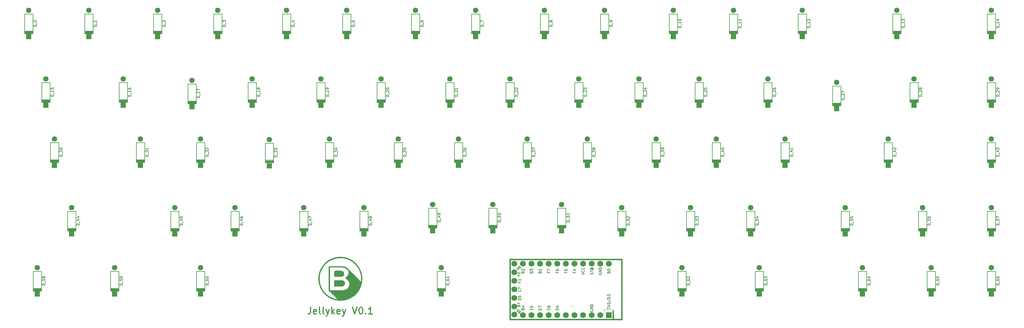
<source format=gbr>
G04 #@! TF.GenerationSoftware,KiCad,Pcbnew,6.0.2+dfsg-1*
G04 #@! TF.CreationDate,2023-02-02T22:28:34+01:00*
G04 #@! TF.ProjectId,keyboard,6b657962-6f61-4726-942e-6b696361645f,rev?*
G04 #@! TF.SameCoordinates,Original*
G04 #@! TF.FileFunction,Legend,Top*
G04 #@! TF.FilePolarity,Positive*
%FSLAX46Y46*%
G04 Gerber Fmt 4.6, Leading zero omitted, Abs format (unit mm)*
G04 Created by KiCad (PCBNEW 6.0.2+dfsg-1) date 2023-02-02 22:28:34*
%MOMM*%
%LPD*%
G01*
G04 APERTURE LIST*
%ADD10C,0.300000*%
%ADD11C,0.150000*%
%ADD12C,0.000000*%
%ADD13C,0.200000*%
%ADD14C,0.381000*%
%ADD15C,0.100000*%
%ADD16R,1.600000X1.600000*%
%ADD17C,1.600000*%
%ADD18R,1.752600X1.752600*%
%ADD19C,1.752600*%
G04 APERTURE END LIST*
D10*
X116285476Y-124634761D02*
X116285476Y-126063333D01*
X116190238Y-126349047D01*
X115999761Y-126539523D01*
X115714047Y-126634761D01*
X115523571Y-126634761D01*
X117999761Y-126539523D02*
X117809285Y-126634761D01*
X117428333Y-126634761D01*
X117237857Y-126539523D01*
X117142619Y-126349047D01*
X117142619Y-125587142D01*
X117237857Y-125396666D01*
X117428333Y-125301428D01*
X117809285Y-125301428D01*
X117999761Y-125396666D01*
X118095000Y-125587142D01*
X118095000Y-125777619D01*
X117142619Y-125968095D01*
X119237857Y-126634761D02*
X119047380Y-126539523D01*
X118952142Y-126349047D01*
X118952142Y-124634761D01*
X120285476Y-126634761D02*
X120095000Y-126539523D01*
X119999761Y-126349047D01*
X119999761Y-124634761D01*
X120856904Y-125301428D02*
X121333095Y-126634761D01*
X121809285Y-125301428D02*
X121333095Y-126634761D01*
X121142619Y-127110952D01*
X121047380Y-127206190D01*
X120856904Y-127301428D01*
X122571190Y-126634761D02*
X122571190Y-124634761D01*
X122761666Y-125872857D02*
X123333095Y-126634761D01*
X123333095Y-125301428D02*
X122571190Y-126063333D01*
X124952142Y-126539523D02*
X124761666Y-126634761D01*
X124380714Y-126634761D01*
X124190238Y-126539523D01*
X124095000Y-126349047D01*
X124095000Y-125587142D01*
X124190238Y-125396666D01*
X124380714Y-125301428D01*
X124761666Y-125301428D01*
X124952142Y-125396666D01*
X125047380Y-125587142D01*
X125047380Y-125777619D01*
X124095000Y-125968095D01*
X125714047Y-125301428D02*
X126190238Y-126634761D01*
X126666428Y-125301428D02*
X126190238Y-126634761D01*
X125999761Y-127110952D01*
X125904523Y-127206190D01*
X125714047Y-127301428D01*
X128666428Y-124634761D02*
X129333095Y-126634761D01*
X129999761Y-124634761D01*
X131047380Y-124634761D02*
X131237857Y-124634761D01*
X131428333Y-124730000D01*
X131523571Y-124825238D01*
X131618809Y-125015714D01*
X131714047Y-125396666D01*
X131714047Y-125872857D01*
X131618809Y-126253809D01*
X131523571Y-126444285D01*
X131428333Y-126539523D01*
X131237857Y-126634761D01*
X131047380Y-126634761D01*
X130856904Y-126539523D01*
X130761666Y-126444285D01*
X130666428Y-126253809D01*
X130571190Y-125872857D01*
X130571190Y-125396666D01*
X130666428Y-125015714D01*
X130761666Y-124825238D01*
X130856904Y-124730000D01*
X131047380Y-124634761D01*
X132571190Y-126444285D02*
X132666428Y-126539523D01*
X132571190Y-126634761D01*
X132475952Y-126539523D01*
X132571190Y-126444285D01*
X132571190Y-126634761D01*
X134571190Y-126634761D02*
X133428333Y-126634761D01*
X133999761Y-126634761D02*
X133999761Y-124634761D01*
X133809285Y-124920476D01*
X133618809Y-125110952D01*
X133428333Y-125206190D01*
D11*
X319786904Y-41916190D02*
X318986904Y-41916190D01*
X318986904Y-41725714D01*
X319025000Y-41611428D01*
X319101190Y-41535238D01*
X319177380Y-41497142D01*
X319329761Y-41459047D01*
X319444047Y-41459047D01*
X319596428Y-41497142D01*
X319672619Y-41535238D01*
X319748809Y-41611428D01*
X319786904Y-41725714D01*
X319786904Y-41916190D01*
X319863095Y-41306666D02*
X319863095Y-40697142D01*
X319786904Y-40087619D02*
X319786904Y-40544761D01*
X319786904Y-40316190D02*
X318986904Y-40316190D01*
X319101190Y-40392380D01*
X319177380Y-40468571D01*
X319215476Y-40544761D01*
X319253571Y-39401904D02*
X319786904Y-39401904D01*
X318948809Y-39592380D02*
X319520238Y-39782857D01*
X319520238Y-39287619D01*
X319786904Y-118116190D02*
X318986904Y-118116190D01*
X318986904Y-117925714D01*
X319025000Y-117811428D01*
X319101190Y-117735238D01*
X319177380Y-117697142D01*
X319329761Y-117659047D01*
X319444047Y-117659047D01*
X319596428Y-117697142D01*
X319672619Y-117735238D01*
X319748809Y-117811428D01*
X319786904Y-117925714D01*
X319786904Y-118116190D01*
X319863095Y-117506666D02*
X319863095Y-116897142D01*
X318986904Y-116363809D02*
X318986904Y-116516190D01*
X319025000Y-116592380D01*
X319063095Y-116630476D01*
X319177380Y-116706666D01*
X319329761Y-116744761D01*
X319634523Y-116744761D01*
X319710714Y-116706666D01*
X319748809Y-116668571D01*
X319786904Y-116592380D01*
X319786904Y-116440000D01*
X319748809Y-116363809D01*
X319710714Y-116325714D01*
X319634523Y-116287619D01*
X319444047Y-116287619D01*
X319367857Y-116325714D01*
X319329761Y-116363809D01*
X319291666Y-116440000D01*
X319291666Y-116592380D01*
X319329761Y-116668571D01*
X319367857Y-116706666D01*
X319444047Y-116744761D01*
X318986904Y-115601904D02*
X318986904Y-115754285D01*
X319025000Y-115830476D01*
X319063095Y-115868571D01*
X319177380Y-115944761D01*
X319329761Y-115982857D01*
X319634523Y-115982857D01*
X319710714Y-115944761D01*
X319748809Y-115906666D01*
X319786904Y-115830476D01*
X319786904Y-115678095D01*
X319748809Y-115601904D01*
X319710714Y-115563809D01*
X319634523Y-115525714D01*
X319444047Y-115525714D01*
X319367857Y-115563809D01*
X319329761Y-115601904D01*
X319291666Y-115678095D01*
X319291666Y-115830476D01*
X319329761Y-115906666D01*
X319367857Y-115944761D01*
X319444047Y-115982857D01*
X302006904Y-118116190D02*
X301206904Y-118116190D01*
X301206904Y-117925714D01*
X301245000Y-117811428D01*
X301321190Y-117735238D01*
X301397380Y-117697142D01*
X301549761Y-117659047D01*
X301664047Y-117659047D01*
X301816428Y-117697142D01*
X301892619Y-117735238D01*
X301968809Y-117811428D01*
X302006904Y-117925714D01*
X302006904Y-118116190D01*
X302083095Y-117506666D02*
X302083095Y-116897142D01*
X301206904Y-116363809D02*
X301206904Y-116516190D01*
X301245000Y-116592380D01*
X301283095Y-116630476D01*
X301397380Y-116706666D01*
X301549761Y-116744761D01*
X301854523Y-116744761D01*
X301930714Y-116706666D01*
X301968809Y-116668571D01*
X302006904Y-116592380D01*
X302006904Y-116440000D01*
X301968809Y-116363809D01*
X301930714Y-116325714D01*
X301854523Y-116287619D01*
X301664047Y-116287619D01*
X301587857Y-116325714D01*
X301549761Y-116363809D01*
X301511666Y-116440000D01*
X301511666Y-116592380D01*
X301549761Y-116668571D01*
X301587857Y-116706666D01*
X301664047Y-116744761D01*
X301206904Y-115563809D02*
X301206904Y-115944761D01*
X301587857Y-115982857D01*
X301549761Y-115944761D01*
X301511666Y-115868571D01*
X301511666Y-115678095D01*
X301549761Y-115601904D01*
X301587857Y-115563809D01*
X301664047Y-115525714D01*
X301854523Y-115525714D01*
X301930714Y-115563809D01*
X301968809Y-115601904D01*
X302006904Y-115678095D01*
X302006904Y-115868571D01*
X301968809Y-115944761D01*
X301930714Y-115982857D01*
X281686904Y-118116190D02*
X280886904Y-118116190D01*
X280886904Y-117925714D01*
X280925000Y-117811428D01*
X281001190Y-117735238D01*
X281077380Y-117697142D01*
X281229761Y-117659047D01*
X281344047Y-117659047D01*
X281496428Y-117697142D01*
X281572619Y-117735238D01*
X281648809Y-117811428D01*
X281686904Y-117925714D01*
X281686904Y-118116190D01*
X281763095Y-117506666D02*
X281763095Y-116897142D01*
X280886904Y-116363809D02*
X280886904Y-116516190D01*
X280925000Y-116592380D01*
X280963095Y-116630476D01*
X281077380Y-116706666D01*
X281229761Y-116744761D01*
X281534523Y-116744761D01*
X281610714Y-116706666D01*
X281648809Y-116668571D01*
X281686904Y-116592380D01*
X281686904Y-116440000D01*
X281648809Y-116363809D01*
X281610714Y-116325714D01*
X281534523Y-116287619D01*
X281344047Y-116287619D01*
X281267857Y-116325714D01*
X281229761Y-116363809D01*
X281191666Y-116440000D01*
X281191666Y-116592380D01*
X281229761Y-116668571D01*
X281267857Y-116706666D01*
X281344047Y-116744761D01*
X281153571Y-115601904D02*
X281686904Y-115601904D01*
X280848809Y-115792380D02*
X281420238Y-115982857D01*
X281420238Y-115487619D01*
X251206904Y-118116190D02*
X250406904Y-118116190D01*
X250406904Y-117925714D01*
X250445000Y-117811428D01*
X250521190Y-117735238D01*
X250597380Y-117697142D01*
X250749761Y-117659047D01*
X250864047Y-117659047D01*
X251016428Y-117697142D01*
X251092619Y-117735238D01*
X251168809Y-117811428D01*
X251206904Y-117925714D01*
X251206904Y-118116190D01*
X251283095Y-117506666D02*
X251283095Y-116897142D01*
X250406904Y-116363809D02*
X250406904Y-116516190D01*
X250445000Y-116592380D01*
X250483095Y-116630476D01*
X250597380Y-116706666D01*
X250749761Y-116744761D01*
X251054523Y-116744761D01*
X251130714Y-116706666D01*
X251168809Y-116668571D01*
X251206904Y-116592380D01*
X251206904Y-116440000D01*
X251168809Y-116363809D01*
X251130714Y-116325714D01*
X251054523Y-116287619D01*
X250864047Y-116287619D01*
X250787857Y-116325714D01*
X250749761Y-116363809D01*
X250711666Y-116440000D01*
X250711666Y-116592380D01*
X250749761Y-116668571D01*
X250787857Y-116706666D01*
X250864047Y-116744761D01*
X250406904Y-116020952D02*
X250406904Y-115525714D01*
X250711666Y-115792380D01*
X250711666Y-115678095D01*
X250749761Y-115601904D01*
X250787857Y-115563809D01*
X250864047Y-115525714D01*
X251054523Y-115525714D01*
X251130714Y-115563809D01*
X251168809Y-115601904D01*
X251206904Y-115678095D01*
X251206904Y-115906666D01*
X251168809Y-115982857D01*
X251130714Y-116020952D01*
X228346904Y-118116190D02*
X227546904Y-118116190D01*
X227546904Y-117925714D01*
X227585000Y-117811428D01*
X227661190Y-117735238D01*
X227737380Y-117697142D01*
X227889761Y-117659047D01*
X228004047Y-117659047D01*
X228156428Y-117697142D01*
X228232619Y-117735238D01*
X228308809Y-117811428D01*
X228346904Y-117925714D01*
X228346904Y-118116190D01*
X228423095Y-117506666D02*
X228423095Y-116897142D01*
X227546904Y-116363809D02*
X227546904Y-116516190D01*
X227585000Y-116592380D01*
X227623095Y-116630476D01*
X227737380Y-116706666D01*
X227889761Y-116744761D01*
X228194523Y-116744761D01*
X228270714Y-116706666D01*
X228308809Y-116668571D01*
X228346904Y-116592380D01*
X228346904Y-116440000D01*
X228308809Y-116363809D01*
X228270714Y-116325714D01*
X228194523Y-116287619D01*
X228004047Y-116287619D01*
X227927857Y-116325714D01*
X227889761Y-116363809D01*
X227851666Y-116440000D01*
X227851666Y-116592380D01*
X227889761Y-116668571D01*
X227927857Y-116706666D01*
X228004047Y-116744761D01*
X227623095Y-115982857D02*
X227585000Y-115944761D01*
X227546904Y-115868571D01*
X227546904Y-115678095D01*
X227585000Y-115601904D01*
X227623095Y-115563809D01*
X227699285Y-115525714D01*
X227775476Y-115525714D01*
X227889761Y-115563809D01*
X228346904Y-116020952D01*
X228346904Y-115525714D01*
X157226904Y-118116190D02*
X156426904Y-118116190D01*
X156426904Y-117925714D01*
X156465000Y-117811428D01*
X156541190Y-117735238D01*
X156617380Y-117697142D01*
X156769761Y-117659047D01*
X156884047Y-117659047D01*
X157036428Y-117697142D01*
X157112619Y-117735238D01*
X157188809Y-117811428D01*
X157226904Y-117925714D01*
X157226904Y-118116190D01*
X157303095Y-117506666D02*
X157303095Y-116897142D01*
X156426904Y-116363809D02*
X156426904Y-116516190D01*
X156465000Y-116592380D01*
X156503095Y-116630476D01*
X156617380Y-116706666D01*
X156769761Y-116744761D01*
X157074523Y-116744761D01*
X157150714Y-116706666D01*
X157188809Y-116668571D01*
X157226904Y-116592380D01*
X157226904Y-116440000D01*
X157188809Y-116363809D01*
X157150714Y-116325714D01*
X157074523Y-116287619D01*
X156884047Y-116287619D01*
X156807857Y-116325714D01*
X156769761Y-116363809D01*
X156731666Y-116440000D01*
X156731666Y-116592380D01*
X156769761Y-116668571D01*
X156807857Y-116706666D01*
X156884047Y-116744761D01*
X157226904Y-115525714D02*
X157226904Y-115982857D01*
X157226904Y-115754285D02*
X156426904Y-115754285D01*
X156541190Y-115830476D01*
X156617380Y-115906666D01*
X156655476Y-115982857D01*
X86106904Y-118116190D02*
X85306904Y-118116190D01*
X85306904Y-117925714D01*
X85345000Y-117811428D01*
X85421190Y-117735238D01*
X85497380Y-117697142D01*
X85649761Y-117659047D01*
X85764047Y-117659047D01*
X85916428Y-117697142D01*
X85992619Y-117735238D01*
X86068809Y-117811428D01*
X86106904Y-117925714D01*
X86106904Y-118116190D01*
X86183095Y-117506666D02*
X86183095Y-116897142D01*
X85306904Y-116363809D02*
X85306904Y-116516190D01*
X85345000Y-116592380D01*
X85383095Y-116630476D01*
X85497380Y-116706666D01*
X85649761Y-116744761D01*
X85954523Y-116744761D01*
X86030714Y-116706666D01*
X86068809Y-116668571D01*
X86106904Y-116592380D01*
X86106904Y-116440000D01*
X86068809Y-116363809D01*
X86030714Y-116325714D01*
X85954523Y-116287619D01*
X85764047Y-116287619D01*
X85687857Y-116325714D01*
X85649761Y-116363809D01*
X85611666Y-116440000D01*
X85611666Y-116592380D01*
X85649761Y-116668571D01*
X85687857Y-116706666D01*
X85764047Y-116744761D01*
X85306904Y-115792380D02*
X85306904Y-115716190D01*
X85345000Y-115640000D01*
X85383095Y-115601904D01*
X85459285Y-115563809D01*
X85611666Y-115525714D01*
X85802142Y-115525714D01*
X85954523Y-115563809D01*
X86030714Y-115601904D01*
X86068809Y-115640000D01*
X86106904Y-115716190D01*
X86106904Y-115792380D01*
X86068809Y-115868571D01*
X86030714Y-115906666D01*
X85954523Y-115944761D01*
X85802142Y-115982857D01*
X85611666Y-115982857D01*
X85459285Y-115944761D01*
X85383095Y-115906666D01*
X85345000Y-115868571D01*
X85306904Y-115792380D01*
X60706904Y-118116190D02*
X59906904Y-118116190D01*
X59906904Y-117925714D01*
X59945000Y-117811428D01*
X60021190Y-117735238D01*
X60097380Y-117697142D01*
X60249761Y-117659047D01*
X60364047Y-117659047D01*
X60516428Y-117697142D01*
X60592619Y-117735238D01*
X60668809Y-117811428D01*
X60706904Y-117925714D01*
X60706904Y-118116190D01*
X60783095Y-117506666D02*
X60783095Y-116897142D01*
X59906904Y-116325714D02*
X59906904Y-116706666D01*
X60287857Y-116744761D01*
X60249761Y-116706666D01*
X60211666Y-116630476D01*
X60211666Y-116440000D01*
X60249761Y-116363809D01*
X60287857Y-116325714D01*
X60364047Y-116287619D01*
X60554523Y-116287619D01*
X60630714Y-116325714D01*
X60668809Y-116363809D01*
X60706904Y-116440000D01*
X60706904Y-116630476D01*
X60668809Y-116706666D01*
X60630714Y-116744761D01*
X60706904Y-115906666D02*
X60706904Y-115754285D01*
X60668809Y-115678095D01*
X60630714Y-115640000D01*
X60516428Y-115563809D01*
X60364047Y-115525714D01*
X60059285Y-115525714D01*
X59983095Y-115563809D01*
X59945000Y-115601904D01*
X59906904Y-115678095D01*
X59906904Y-115830476D01*
X59945000Y-115906666D01*
X59983095Y-115944761D01*
X60059285Y-115982857D01*
X60249761Y-115982857D01*
X60325952Y-115944761D01*
X60364047Y-115906666D01*
X60402142Y-115830476D01*
X60402142Y-115678095D01*
X60364047Y-115601904D01*
X60325952Y-115563809D01*
X60249761Y-115525714D01*
X37846904Y-118116190D02*
X37046904Y-118116190D01*
X37046904Y-117925714D01*
X37085000Y-117811428D01*
X37161190Y-117735238D01*
X37237380Y-117697142D01*
X37389761Y-117659047D01*
X37504047Y-117659047D01*
X37656428Y-117697142D01*
X37732619Y-117735238D01*
X37808809Y-117811428D01*
X37846904Y-117925714D01*
X37846904Y-118116190D01*
X37923095Y-117506666D02*
X37923095Y-116897142D01*
X37046904Y-116325714D02*
X37046904Y-116706666D01*
X37427857Y-116744761D01*
X37389761Y-116706666D01*
X37351666Y-116630476D01*
X37351666Y-116440000D01*
X37389761Y-116363809D01*
X37427857Y-116325714D01*
X37504047Y-116287619D01*
X37694523Y-116287619D01*
X37770714Y-116325714D01*
X37808809Y-116363809D01*
X37846904Y-116440000D01*
X37846904Y-116630476D01*
X37808809Y-116706666D01*
X37770714Y-116744761D01*
X37389761Y-115830476D02*
X37351666Y-115906666D01*
X37313571Y-115944761D01*
X37237380Y-115982857D01*
X37199285Y-115982857D01*
X37123095Y-115944761D01*
X37085000Y-115906666D01*
X37046904Y-115830476D01*
X37046904Y-115678095D01*
X37085000Y-115601904D01*
X37123095Y-115563809D01*
X37199285Y-115525714D01*
X37237380Y-115525714D01*
X37313571Y-115563809D01*
X37351666Y-115601904D01*
X37389761Y-115678095D01*
X37389761Y-115830476D01*
X37427857Y-115906666D01*
X37465952Y-115944761D01*
X37542142Y-115982857D01*
X37694523Y-115982857D01*
X37770714Y-115944761D01*
X37808809Y-115906666D01*
X37846904Y-115830476D01*
X37846904Y-115678095D01*
X37808809Y-115601904D01*
X37770714Y-115563809D01*
X37694523Y-115525714D01*
X37542142Y-115525714D01*
X37465952Y-115563809D01*
X37427857Y-115601904D01*
X37389761Y-115678095D01*
X319786904Y-100336190D02*
X318986904Y-100336190D01*
X318986904Y-100145714D01*
X319025000Y-100031428D01*
X319101190Y-99955238D01*
X319177380Y-99917142D01*
X319329761Y-99879047D01*
X319444047Y-99879047D01*
X319596428Y-99917142D01*
X319672619Y-99955238D01*
X319748809Y-100031428D01*
X319786904Y-100145714D01*
X319786904Y-100336190D01*
X319863095Y-99726666D02*
X319863095Y-99117142D01*
X318986904Y-98545714D02*
X318986904Y-98926666D01*
X319367857Y-98964761D01*
X319329761Y-98926666D01*
X319291666Y-98850476D01*
X319291666Y-98660000D01*
X319329761Y-98583809D01*
X319367857Y-98545714D01*
X319444047Y-98507619D01*
X319634523Y-98507619D01*
X319710714Y-98545714D01*
X319748809Y-98583809D01*
X319786904Y-98660000D01*
X319786904Y-98850476D01*
X319748809Y-98926666D01*
X319710714Y-98964761D01*
X318986904Y-98240952D02*
X318986904Y-97707619D01*
X319786904Y-98050476D01*
X299466904Y-100336190D02*
X298666904Y-100336190D01*
X298666904Y-100145714D01*
X298705000Y-100031428D01*
X298781190Y-99955238D01*
X298857380Y-99917142D01*
X299009761Y-99879047D01*
X299124047Y-99879047D01*
X299276428Y-99917142D01*
X299352619Y-99955238D01*
X299428809Y-100031428D01*
X299466904Y-100145714D01*
X299466904Y-100336190D01*
X299543095Y-99726666D02*
X299543095Y-99117142D01*
X298666904Y-98545714D02*
X298666904Y-98926666D01*
X299047857Y-98964761D01*
X299009761Y-98926666D01*
X298971666Y-98850476D01*
X298971666Y-98660000D01*
X299009761Y-98583809D01*
X299047857Y-98545714D01*
X299124047Y-98507619D01*
X299314523Y-98507619D01*
X299390714Y-98545714D01*
X299428809Y-98583809D01*
X299466904Y-98660000D01*
X299466904Y-98850476D01*
X299428809Y-98926666D01*
X299390714Y-98964761D01*
X298666904Y-97821904D02*
X298666904Y-97974285D01*
X298705000Y-98050476D01*
X298743095Y-98088571D01*
X298857380Y-98164761D01*
X299009761Y-98202857D01*
X299314523Y-98202857D01*
X299390714Y-98164761D01*
X299428809Y-98126666D01*
X299466904Y-98050476D01*
X299466904Y-97898095D01*
X299428809Y-97821904D01*
X299390714Y-97783809D01*
X299314523Y-97745714D01*
X299124047Y-97745714D01*
X299047857Y-97783809D01*
X299009761Y-97821904D01*
X298971666Y-97898095D01*
X298971666Y-98050476D01*
X299009761Y-98126666D01*
X299047857Y-98164761D01*
X299124047Y-98202857D01*
X276606904Y-100336190D02*
X275806904Y-100336190D01*
X275806904Y-100145714D01*
X275845000Y-100031428D01*
X275921190Y-99955238D01*
X275997380Y-99917142D01*
X276149761Y-99879047D01*
X276264047Y-99879047D01*
X276416428Y-99917142D01*
X276492619Y-99955238D01*
X276568809Y-100031428D01*
X276606904Y-100145714D01*
X276606904Y-100336190D01*
X276683095Y-99726666D02*
X276683095Y-99117142D01*
X275806904Y-98545714D02*
X275806904Y-98926666D01*
X276187857Y-98964761D01*
X276149761Y-98926666D01*
X276111666Y-98850476D01*
X276111666Y-98660000D01*
X276149761Y-98583809D01*
X276187857Y-98545714D01*
X276264047Y-98507619D01*
X276454523Y-98507619D01*
X276530714Y-98545714D01*
X276568809Y-98583809D01*
X276606904Y-98660000D01*
X276606904Y-98850476D01*
X276568809Y-98926666D01*
X276530714Y-98964761D01*
X275806904Y-97783809D02*
X275806904Y-98164761D01*
X276187857Y-98202857D01*
X276149761Y-98164761D01*
X276111666Y-98088571D01*
X276111666Y-97898095D01*
X276149761Y-97821904D01*
X276187857Y-97783809D01*
X276264047Y-97745714D01*
X276454523Y-97745714D01*
X276530714Y-97783809D01*
X276568809Y-97821904D01*
X276606904Y-97898095D01*
X276606904Y-98088571D01*
X276568809Y-98164761D01*
X276530714Y-98202857D01*
X248666904Y-100336190D02*
X247866904Y-100336190D01*
X247866904Y-100145714D01*
X247905000Y-100031428D01*
X247981190Y-99955238D01*
X248057380Y-99917142D01*
X248209761Y-99879047D01*
X248324047Y-99879047D01*
X248476428Y-99917142D01*
X248552619Y-99955238D01*
X248628809Y-100031428D01*
X248666904Y-100145714D01*
X248666904Y-100336190D01*
X248743095Y-99726666D02*
X248743095Y-99117142D01*
X247866904Y-98545714D02*
X247866904Y-98926666D01*
X248247857Y-98964761D01*
X248209761Y-98926666D01*
X248171666Y-98850476D01*
X248171666Y-98660000D01*
X248209761Y-98583809D01*
X248247857Y-98545714D01*
X248324047Y-98507619D01*
X248514523Y-98507619D01*
X248590714Y-98545714D01*
X248628809Y-98583809D01*
X248666904Y-98660000D01*
X248666904Y-98850476D01*
X248628809Y-98926666D01*
X248590714Y-98964761D01*
X248133571Y-97821904D02*
X248666904Y-97821904D01*
X247828809Y-98012380D02*
X248400238Y-98202857D01*
X248400238Y-97707619D01*
X230886904Y-100336190D02*
X230086904Y-100336190D01*
X230086904Y-100145714D01*
X230125000Y-100031428D01*
X230201190Y-99955238D01*
X230277380Y-99917142D01*
X230429761Y-99879047D01*
X230544047Y-99879047D01*
X230696428Y-99917142D01*
X230772619Y-99955238D01*
X230848809Y-100031428D01*
X230886904Y-100145714D01*
X230886904Y-100336190D01*
X230963095Y-99726666D02*
X230963095Y-99117142D01*
X230086904Y-98545714D02*
X230086904Y-98926666D01*
X230467857Y-98964761D01*
X230429761Y-98926666D01*
X230391666Y-98850476D01*
X230391666Y-98660000D01*
X230429761Y-98583809D01*
X230467857Y-98545714D01*
X230544047Y-98507619D01*
X230734523Y-98507619D01*
X230810714Y-98545714D01*
X230848809Y-98583809D01*
X230886904Y-98660000D01*
X230886904Y-98850476D01*
X230848809Y-98926666D01*
X230810714Y-98964761D01*
X230086904Y-98240952D02*
X230086904Y-97745714D01*
X230391666Y-98012380D01*
X230391666Y-97898095D01*
X230429761Y-97821904D01*
X230467857Y-97783809D01*
X230544047Y-97745714D01*
X230734523Y-97745714D01*
X230810714Y-97783809D01*
X230848809Y-97821904D01*
X230886904Y-97898095D01*
X230886904Y-98126666D01*
X230848809Y-98202857D01*
X230810714Y-98240952D01*
X210566904Y-100336190D02*
X209766904Y-100336190D01*
X209766904Y-100145714D01*
X209805000Y-100031428D01*
X209881190Y-99955238D01*
X209957380Y-99917142D01*
X210109761Y-99879047D01*
X210224047Y-99879047D01*
X210376428Y-99917142D01*
X210452619Y-99955238D01*
X210528809Y-100031428D01*
X210566904Y-100145714D01*
X210566904Y-100336190D01*
X210643095Y-99726666D02*
X210643095Y-99117142D01*
X209766904Y-98545714D02*
X209766904Y-98926666D01*
X210147857Y-98964761D01*
X210109761Y-98926666D01*
X210071666Y-98850476D01*
X210071666Y-98660000D01*
X210109761Y-98583809D01*
X210147857Y-98545714D01*
X210224047Y-98507619D01*
X210414523Y-98507619D01*
X210490714Y-98545714D01*
X210528809Y-98583809D01*
X210566904Y-98660000D01*
X210566904Y-98850476D01*
X210528809Y-98926666D01*
X210490714Y-98964761D01*
X209843095Y-98202857D02*
X209805000Y-98164761D01*
X209766904Y-98088571D01*
X209766904Y-97898095D01*
X209805000Y-97821904D01*
X209843095Y-97783809D01*
X209919285Y-97745714D01*
X209995476Y-97745714D01*
X210109761Y-97783809D01*
X210566904Y-98240952D01*
X210566904Y-97745714D01*
X192786904Y-99371190D02*
X191986904Y-99371190D01*
X191986904Y-99180714D01*
X192025000Y-99066428D01*
X192101190Y-98990238D01*
X192177380Y-98952142D01*
X192329761Y-98914047D01*
X192444047Y-98914047D01*
X192596428Y-98952142D01*
X192672619Y-98990238D01*
X192748809Y-99066428D01*
X192786904Y-99180714D01*
X192786904Y-99371190D01*
X192863095Y-98761666D02*
X192863095Y-98152142D01*
X191986904Y-97580714D02*
X191986904Y-97961666D01*
X192367857Y-97999761D01*
X192329761Y-97961666D01*
X192291666Y-97885476D01*
X192291666Y-97695000D01*
X192329761Y-97618809D01*
X192367857Y-97580714D01*
X192444047Y-97542619D01*
X192634523Y-97542619D01*
X192710714Y-97580714D01*
X192748809Y-97618809D01*
X192786904Y-97695000D01*
X192786904Y-97885476D01*
X192748809Y-97961666D01*
X192710714Y-97999761D01*
X192786904Y-96780714D02*
X192786904Y-97237857D01*
X192786904Y-97009285D02*
X191986904Y-97009285D01*
X192101190Y-97085476D01*
X192177380Y-97161666D01*
X192215476Y-97237857D01*
X172466904Y-99371190D02*
X171666904Y-99371190D01*
X171666904Y-99180714D01*
X171705000Y-99066428D01*
X171781190Y-98990238D01*
X171857380Y-98952142D01*
X172009761Y-98914047D01*
X172124047Y-98914047D01*
X172276428Y-98952142D01*
X172352619Y-98990238D01*
X172428809Y-99066428D01*
X172466904Y-99180714D01*
X172466904Y-99371190D01*
X172543095Y-98761666D02*
X172543095Y-98152142D01*
X171666904Y-97580714D02*
X171666904Y-97961666D01*
X172047857Y-97999761D01*
X172009761Y-97961666D01*
X171971666Y-97885476D01*
X171971666Y-97695000D01*
X172009761Y-97618809D01*
X172047857Y-97580714D01*
X172124047Y-97542619D01*
X172314523Y-97542619D01*
X172390714Y-97580714D01*
X172428809Y-97618809D01*
X172466904Y-97695000D01*
X172466904Y-97885476D01*
X172428809Y-97961666D01*
X172390714Y-97999761D01*
X171666904Y-97047380D02*
X171666904Y-96971190D01*
X171705000Y-96895000D01*
X171743095Y-96856904D01*
X171819285Y-96818809D01*
X171971666Y-96780714D01*
X172162142Y-96780714D01*
X172314523Y-96818809D01*
X172390714Y-96856904D01*
X172428809Y-96895000D01*
X172466904Y-96971190D01*
X172466904Y-97047380D01*
X172428809Y-97123571D01*
X172390714Y-97161666D01*
X172314523Y-97199761D01*
X172162142Y-97237857D01*
X171971666Y-97237857D01*
X171819285Y-97199761D01*
X171743095Y-97161666D01*
X171705000Y-97123571D01*
X171666904Y-97047380D01*
X154686904Y-99371190D02*
X153886904Y-99371190D01*
X153886904Y-99180714D01*
X153925000Y-99066428D01*
X154001190Y-98990238D01*
X154077380Y-98952142D01*
X154229761Y-98914047D01*
X154344047Y-98914047D01*
X154496428Y-98952142D01*
X154572619Y-98990238D01*
X154648809Y-99066428D01*
X154686904Y-99180714D01*
X154686904Y-99371190D01*
X154763095Y-98761666D02*
X154763095Y-98152142D01*
X154153571Y-97618809D02*
X154686904Y-97618809D01*
X153848809Y-97809285D02*
X154420238Y-97999761D01*
X154420238Y-97504523D01*
X154686904Y-97161666D02*
X154686904Y-97009285D01*
X154648809Y-96933095D01*
X154610714Y-96895000D01*
X154496428Y-96818809D01*
X154344047Y-96780714D01*
X154039285Y-96780714D01*
X153963095Y-96818809D01*
X153925000Y-96856904D01*
X153886904Y-96933095D01*
X153886904Y-97085476D01*
X153925000Y-97161666D01*
X153963095Y-97199761D01*
X154039285Y-97237857D01*
X154229761Y-97237857D01*
X154305952Y-97199761D01*
X154344047Y-97161666D01*
X154382142Y-97085476D01*
X154382142Y-96933095D01*
X154344047Y-96856904D01*
X154305952Y-96818809D01*
X154229761Y-96780714D01*
X134366904Y-100336190D02*
X133566904Y-100336190D01*
X133566904Y-100145714D01*
X133605000Y-100031428D01*
X133681190Y-99955238D01*
X133757380Y-99917142D01*
X133909761Y-99879047D01*
X134024047Y-99879047D01*
X134176428Y-99917142D01*
X134252619Y-99955238D01*
X134328809Y-100031428D01*
X134366904Y-100145714D01*
X134366904Y-100336190D01*
X134443095Y-99726666D02*
X134443095Y-99117142D01*
X133833571Y-98583809D02*
X134366904Y-98583809D01*
X133528809Y-98774285D02*
X134100238Y-98964761D01*
X134100238Y-98469523D01*
X133909761Y-98050476D02*
X133871666Y-98126666D01*
X133833571Y-98164761D01*
X133757380Y-98202857D01*
X133719285Y-98202857D01*
X133643095Y-98164761D01*
X133605000Y-98126666D01*
X133566904Y-98050476D01*
X133566904Y-97898095D01*
X133605000Y-97821904D01*
X133643095Y-97783809D01*
X133719285Y-97745714D01*
X133757380Y-97745714D01*
X133833571Y-97783809D01*
X133871666Y-97821904D01*
X133909761Y-97898095D01*
X133909761Y-98050476D01*
X133947857Y-98126666D01*
X133985952Y-98164761D01*
X134062142Y-98202857D01*
X134214523Y-98202857D01*
X134290714Y-98164761D01*
X134328809Y-98126666D01*
X134366904Y-98050476D01*
X134366904Y-97898095D01*
X134328809Y-97821904D01*
X134290714Y-97783809D01*
X134214523Y-97745714D01*
X134062142Y-97745714D01*
X133985952Y-97783809D01*
X133947857Y-97821904D01*
X133909761Y-97898095D01*
X116586904Y-100336190D02*
X115786904Y-100336190D01*
X115786904Y-100145714D01*
X115825000Y-100031428D01*
X115901190Y-99955238D01*
X115977380Y-99917142D01*
X116129761Y-99879047D01*
X116244047Y-99879047D01*
X116396428Y-99917142D01*
X116472619Y-99955238D01*
X116548809Y-100031428D01*
X116586904Y-100145714D01*
X116586904Y-100336190D01*
X116663095Y-99726666D02*
X116663095Y-99117142D01*
X116053571Y-98583809D02*
X116586904Y-98583809D01*
X115748809Y-98774285D02*
X116320238Y-98964761D01*
X116320238Y-98469523D01*
X115786904Y-98240952D02*
X115786904Y-97707619D01*
X116586904Y-98050476D01*
X96266904Y-100336190D02*
X95466904Y-100336190D01*
X95466904Y-100145714D01*
X95505000Y-100031428D01*
X95581190Y-99955238D01*
X95657380Y-99917142D01*
X95809761Y-99879047D01*
X95924047Y-99879047D01*
X96076428Y-99917142D01*
X96152619Y-99955238D01*
X96228809Y-100031428D01*
X96266904Y-100145714D01*
X96266904Y-100336190D01*
X96343095Y-99726666D02*
X96343095Y-99117142D01*
X95733571Y-98583809D02*
X96266904Y-98583809D01*
X95428809Y-98774285D02*
X96000238Y-98964761D01*
X96000238Y-98469523D01*
X95466904Y-97821904D02*
X95466904Y-97974285D01*
X95505000Y-98050476D01*
X95543095Y-98088571D01*
X95657380Y-98164761D01*
X95809761Y-98202857D01*
X96114523Y-98202857D01*
X96190714Y-98164761D01*
X96228809Y-98126666D01*
X96266904Y-98050476D01*
X96266904Y-97898095D01*
X96228809Y-97821904D01*
X96190714Y-97783809D01*
X96114523Y-97745714D01*
X95924047Y-97745714D01*
X95847857Y-97783809D01*
X95809761Y-97821904D01*
X95771666Y-97898095D01*
X95771666Y-98050476D01*
X95809761Y-98126666D01*
X95847857Y-98164761D01*
X95924047Y-98202857D01*
X78486904Y-100336190D02*
X77686904Y-100336190D01*
X77686904Y-100145714D01*
X77725000Y-100031428D01*
X77801190Y-99955238D01*
X77877380Y-99917142D01*
X78029761Y-99879047D01*
X78144047Y-99879047D01*
X78296428Y-99917142D01*
X78372619Y-99955238D01*
X78448809Y-100031428D01*
X78486904Y-100145714D01*
X78486904Y-100336190D01*
X78563095Y-99726666D02*
X78563095Y-99117142D01*
X77953571Y-98583809D02*
X78486904Y-98583809D01*
X77648809Y-98774285D02*
X78220238Y-98964761D01*
X78220238Y-98469523D01*
X77686904Y-97783809D02*
X77686904Y-98164761D01*
X78067857Y-98202857D01*
X78029761Y-98164761D01*
X77991666Y-98088571D01*
X77991666Y-97898095D01*
X78029761Y-97821904D01*
X78067857Y-97783809D01*
X78144047Y-97745714D01*
X78334523Y-97745714D01*
X78410714Y-97783809D01*
X78448809Y-97821904D01*
X78486904Y-97898095D01*
X78486904Y-98088571D01*
X78448809Y-98164761D01*
X78410714Y-98202857D01*
X48006904Y-100336190D02*
X47206904Y-100336190D01*
X47206904Y-100145714D01*
X47245000Y-100031428D01*
X47321190Y-99955238D01*
X47397380Y-99917142D01*
X47549761Y-99879047D01*
X47664047Y-99879047D01*
X47816428Y-99917142D01*
X47892619Y-99955238D01*
X47968809Y-100031428D01*
X48006904Y-100145714D01*
X48006904Y-100336190D01*
X48083095Y-99726666D02*
X48083095Y-99117142D01*
X47473571Y-98583809D02*
X48006904Y-98583809D01*
X47168809Y-98774285D02*
X47740238Y-98964761D01*
X47740238Y-98469523D01*
X47473571Y-97821904D02*
X48006904Y-97821904D01*
X47168809Y-98012380D02*
X47740238Y-98202857D01*
X47740238Y-97707619D01*
X319786904Y-80016190D02*
X318986904Y-80016190D01*
X318986904Y-79825714D01*
X319025000Y-79711428D01*
X319101190Y-79635238D01*
X319177380Y-79597142D01*
X319329761Y-79559047D01*
X319444047Y-79559047D01*
X319596428Y-79597142D01*
X319672619Y-79635238D01*
X319748809Y-79711428D01*
X319786904Y-79825714D01*
X319786904Y-80016190D01*
X319863095Y-79406666D02*
X319863095Y-78797142D01*
X319253571Y-78263809D02*
X319786904Y-78263809D01*
X318948809Y-78454285D02*
X319520238Y-78644761D01*
X319520238Y-78149523D01*
X318986904Y-77920952D02*
X318986904Y-77425714D01*
X319291666Y-77692380D01*
X319291666Y-77578095D01*
X319329761Y-77501904D01*
X319367857Y-77463809D01*
X319444047Y-77425714D01*
X319634523Y-77425714D01*
X319710714Y-77463809D01*
X319748809Y-77501904D01*
X319786904Y-77578095D01*
X319786904Y-77806666D01*
X319748809Y-77882857D01*
X319710714Y-77920952D01*
X289306904Y-80016190D02*
X288506904Y-80016190D01*
X288506904Y-79825714D01*
X288545000Y-79711428D01*
X288621190Y-79635238D01*
X288697380Y-79597142D01*
X288849761Y-79559047D01*
X288964047Y-79559047D01*
X289116428Y-79597142D01*
X289192619Y-79635238D01*
X289268809Y-79711428D01*
X289306904Y-79825714D01*
X289306904Y-80016190D01*
X289383095Y-79406666D02*
X289383095Y-78797142D01*
X288773571Y-78263809D02*
X289306904Y-78263809D01*
X288468809Y-78454285D02*
X289040238Y-78644761D01*
X289040238Y-78149523D01*
X288583095Y-77882857D02*
X288545000Y-77844761D01*
X288506904Y-77768571D01*
X288506904Y-77578095D01*
X288545000Y-77501904D01*
X288583095Y-77463809D01*
X288659285Y-77425714D01*
X288735476Y-77425714D01*
X288849761Y-77463809D01*
X289306904Y-77920952D01*
X289306904Y-77425714D01*
X258826904Y-80016190D02*
X258026904Y-80016190D01*
X258026904Y-79825714D01*
X258065000Y-79711428D01*
X258141190Y-79635238D01*
X258217380Y-79597142D01*
X258369761Y-79559047D01*
X258484047Y-79559047D01*
X258636428Y-79597142D01*
X258712619Y-79635238D01*
X258788809Y-79711428D01*
X258826904Y-79825714D01*
X258826904Y-80016190D01*
X258903095Y-79406666D02*
X258903095Y-78797142D01*
X258293571Y-78263809D02*
X258826904Y-78263809D01*
X257988809Y-78454285D02*
X258560238Y-78644761D01*
X258560238Y-78149523D01*
X258826904Y-77425714D02*
X258826904Y-77882857D01*
X258826904Y-77654285D02*
X258026904Y-77654285D01*
X258141190Y-77730476D01*
X258217380Y-77806666D01*
X258255476Y-77882857D01*
X238506904Y-80016190D02*
X237706904Y-80016190D01*
X237706904Y-79825714D01*
X237745000Y-79711428D01*
X237821190Y-79635238D01*
X237897380Y-79597142D01*
X238049761Y-79559047D01*
X238164047Y-79559047D01*
X238316428Y-79597142D01*
X238392619Y-79635238D01*
X238468809Y-79711428D01*
X238506904Y-79825714D01*
X238506904Y-80016190D01*
X238583095Y-79406666D02*
X238583095Y-78797142D01*
X237973571Y-78263809D02*
X238506904Y-78263809D01*
X237668809Y-78454285D02*
X238240238Y-78644761D01*
X238240238Y-78149523D01*
X237706904Y-77692380D02*
X237706904Y-77616190D01*
X237745000Y-77540000D01*
X237783095Y-77501904D01*
X237859285Y-77463809D01*
X238011666Y-77425714D01*
X238202142Y-77425714D01*
X238354523Y-77463809D01*
X238430714Y-77501904D01*
X238468809Y-77540000D01*
X238506904Y-77616190D01*
X238506904Y-77692380D01*
X238468809Y-77768571D01*
X238430714Y-77806666D01*
X238354523Y-77844761D01*
X238202142Y-77882857D01*
X238011666Y-77882857D01*
X237859285Y-77844761D01*
X237783095Y-77806666D01*
X237745000Y-77768571D01*
X237706904Y-77692380D01*
X220726904Y-80016190D02*
X219926904Y-80016190D01*
X219926904Y-79825714D01*
X219965000Y-79711428D01*
X220041190Y-79635238D01*
X220117380Y-79597142D01*
X220269761Y-79559047D01*
X220384047Y-79559047D01*
X220536428Y-79597142D01*
X220612619Y-79635238D01*
X220688809Y-79711428D01*
X220726904Y-79825714D01*
X220726904Y-80016190D01*
X220803095Y-79406666D02*
X220803095Y-78797142D01*
X219926904Y-78682857D02*
X219926904Y-78187619D01*
X220231666Y-78454285D01*
X220231666Y-78340000D01*
X220269761Y-78263809D01*
X220307857Y-78225714D01*
X220384047Y-78187619D01*
X220574523Y-78187619D01*
X220650714Y-78225714D01*
X220688809Y-78263809D01*
X220726904Y-78340000D01*
X220726904Y-78568571D01*
X220688809Y-78644761D01*
X220650714Y-78682857D01*
X220726904Y-77806666D02*
X220726904Y-77654285D01*
X220688809Y-77578095D01*
X220650714Y-77540000D01*
X220536428Y-77463809D01*
X220384047Y-77425714D01*
X220079285Y-77425714D01*
X220003095Y-77463809D01*
X219965000Y-77501904D01*
X219926904Y-77578095D01*
X219926904Y-77730476D01*
X219965000Y-77806666D01*
X220003095Y-77844761D01*
X220079285Y-77882857D01*
X220269761Y-77882857D01*
X220345952Y-77844761D01*
X220384047Y-77806666D01*
X220422142Y-77730476D01*
X220422142Y-77578095D01*
X220384047Y-77501904D01*
X220345952Y-77463809D01*
X220269761Y-77425714D01*
X200406904Y-80016190D02*
X199606904Y-80016190D01*
X199606904Y-79825714D01*
X199645000Y-79711428D01*
X199721190Y-79635238D01*
X199797380Y-79597142D01*
X199949761Y-79559047D01*
X200064047Y-79559047D01*
X200216428Y-79597142D01*
X200292619Y-79635238D01*
X200368809Y-79711428D01*
X200406904Y-79825714D01*
X200406904Y-80016190D01*
X200483095Y-79406666D02*
X200483095Y-78797142D01*
X199606904Y-78682857D02*
X199606904Y-78187619D01*
X199911666Y-78454285D01*
X199911666Y-78340000D01*
X199949761Y-78263809D01*
X199987857Y-78225714D01*
X200064047Y-78187619D01*
X200254523Y-78187619D01*
X200330714Y-78225714D01*
X200368809Y-78263809D01*
X200406904Y-78340000D01*
X200406904Y-78568571D01*
X200368809Y-78644761D01*
X200330714Y-78682857D01*
X199949761Y-77730476D02*
X199911666Y-77806666D01*
X199873571Y-77844761D01*
X199797380Y-77882857D01*
X199759285Y-77882857D01*
X199683095Y-77844761D01*
X199645000Y-77806666D01*
X199606904Y-77730476D01*
X199606904Y-77578095D01*
X199645000Y-77501904D01*
X199683095Y-77463809D01*
X199759285Y-77425714D01*
X199797380Y-77425714D01*
X199873571Y-77463809D01*
X199911666Y-77501904D01*
X199949761Y-77578095D01*
X199949761Y-77730476D01*
X199987857Y-77806666D01*
X200025952Y-77844761D01*
X200102142Y-77882857D01*
X200254523Y-77882857D01*
X200330714Y-77844761D01*
X200368809Y-77806666D01*
X200406904Y-77730476D01*
X200406904Y-77578095D01*
X200368809Y-77501904D01*
X200330714Y-77463809D01*
X200254523Y-77425714D01*
X200102142Y-77425714D01*
X200025952Y-77463809D01*
X199987857Y-77501904D01*
X199949761Y-77578095D01*
X182626904Y-80016190D02*
X181826904Y-80016190D01*
X181826904Y-79825714D01*
X181865000Y-79711428D01*
X181941190Y-79635238D01*
X182017380Y-79597142D01*
X182169761Y-79559047D01*
X182284047Y-79559047D01*
X182436428Y-79597142D01*
X182512619Y-79635238D01*
X182588809Y-79711428D01*
X182626904Y-79825714D01*
X182626904Y-80016190D01*
X182703095Y-79406666D02*
X182703095Y-78797142D01*
X181826904Y-78682857D02*
X181826904Y-78187619D01*
X182131666Y-78454285D01*
X182131666Y-78340000D01*
X182169761Y-78263809D01*
X182207857Y-78225714D01*
X182284047Y-78187619D01*
X182474523Y-78187619D01*
X182550714Y-78225714D01*
X182588809Y-78263809D01*
X182626904Y-78340000D01*
X182626904Y-78568571D01*
X182588809Y-78644761D01*
X182550714Y-78682857D01*
X181826904Y-77920952D02*
X181826904Y-77387619D01*
X182626904Y-77730476D01*
X162306904Y-80016190D02*
X161506904Y-80016190D01*
X161506904Y-79825714D01*
X161545000Y-79711428D01*
X161621190Y-79635238D01*
X161697380Y-79597142D01*
X161849761Y-79559047D01*
X161964047Y-79559047D01*
X162116428Y-79597142D01*
X162192619Y-79635238D01*
X162268809Y-79711428D01*
X162306904Y-79825714D01*
X162306904Y-80016190D01*
X162383095Y-79406666D02*
X162383095Y-78797142D01*
X161506904Y-78682857D02*
X161506904Y-78187619D01*
X161811666Y-78454285D01*
X161811666Y-78340000D01*
X161849761Y-78263809D01*
X161887857Y-78225714D01*
X161964047Y-78187619D01*
X162154523Y-78187619D01*
X162230714Y-78225714D01*
X162268809Y-78263809D01*
X162306904Y-78340000D01*
X162306904Y-78568571D01*
X162268809Y-78644761D01*
X162230714Y-78682857D01*
X161506904Y-77501904D02*
X161506904Y-77654285D01*
X161545000Y-77730476D01*
X161583095Y-77768571D01*
X161697380Y-77844761D01*
X161849761Y-77882857D01*
X162154523Y-77882857D01*
X162230714Y-77844761D01*
X162268809Y-77806666D01*
X162306904Y-77730476D01*
X162306904Y-77578095D01*
X162268809Y-77501904D01*
X162230714Y-77463809D01*
X162154523Y-77425714D01*
X161964047Y-77425714D01*
X161887857Y-77463809D01*
X161849761Y-77501904D01*
X161811666Y-77578095D01*
X161811666Y-77730476D01*
X161849761Y-77806666D01*
X161887857Y-77844761D01*
X161964047Y-77882857D01*
X144526904Y-80016190D02*
X143726904Y-80016190D01*
X143726904Y-79825714D01*
X143765000Y-79711428D01*
X143841190Y-79635238D01*
X143917380Y-79597142D01*
X144069761Y-79559047D01*
X144184047Y-79559047D01*
X144336428Y-79597142D01*
X144412619Y-79635238D01*
X144488809Y-79711428D01*
X144526904Y-79825714D01*
X144526904Y-80016190D01*
X144603095Y-79406666D02*
X144603095Y-78797142D01*
X143726904Y-78682857D02*
X143726904Y-78187619D01*
X144031666Y-78454285D01*
X144031666Y-78340000D01*
X144069761Y-78263809D01*
X144107857Y-78225714D01*
X144184047Y-78187619D01*
X144374523Y-78187619D01*
X144450714Y-78225714D01*
X144488809Y-78263809D01*
X144526904Y-78340000D01*
X144526904Y-78568571D01*
X144488809Y-78644761D01*
X144450714Y-78682857D01*
X143726904Y-77463809D02*
X143726904Y-77844761D01*
X144107857Y-77882857D01*
X144069761Y-77844761D01*
X144031666Y-77768571D01*
X144031666Y-77578095D01*
X144069761Y-77501904D01*
X144107857Y-77463809D01*
X144184047Y-77425714D01*
X144374523Y-77425714D01*
X144450714Y-77463809D01*
X144488809Y-77501904D01*
X144526904Y-77578095D01*
X144526904Y-77768571D01*
X144488809Y-77844761D01*
X144450714Y-77882857D01*
X124206904Y-80016190D02*
X123406904Y-80016190D01*
X123406904Y-79825714D01*
X123445000Y-79711428D01*
X123521190Y-79635238D01*
X123597380Y-79597142D01*
X123749761Y-79559047D01*
X123864047Y-79559047D01*
X124016428Y-79597142D01*
X124092619Y-79635238D01*
X124168809Y-79711428D01*
X124206904Y-79825714D01*
X124206904Y-80016190D01*
X124283095Y-79406666D02*
X124283095Y-78797142D01*
X123406904Y-78682857D02*
X123406904Y-78187619D01*
X123711666Y-78454285D01*
X123711666Y-78340000D01*
X123749761Y-78263809D01*
X123787857Y-78225714D01*
X123864047Y-78187619D01*
X124054523Y-78187619D01*
X124130714Y-78225714D01*
X124168809Y-78263809D01*
X124206904Y-78340000D01*
X124206904Y-78568571D01*
X124168809Y-78644761D01*
X124130714Y-78682857D01*
X123673571Y-77501904D02*
X124206904Y-77501904D01*
X123368809Y-77692380D02*
X123940238Y-77882857D01*
X123940238Y-77387619D01*
X106426904Y-80116690D02*
X105626904Y-80116690D01*
X105626904Y-79926214D01*
X105665000Y-79811928D01*
X105741190Y-79735738D01*
X105817380Y-79697642D01*
X105969761Y-79659547D01*
X106084047Y-79659547D01*
X106236428Y-79697642D01*
X106312619Y-79735738D01*
X106388809Y-79811928D01*
X106426904Y-79926214D01*
X106426904Y-80116690D01*
X106503095Y-79507166D02*
X106503095Y-78897642D01*
X105626904Y-78783357D02*
X105626904Y-78288119D01*
X105931666Y-78554785D01*
X105931666Y-78440500D01*
X105969761Y-78364309D01*
X106007857Y-78326214D01*
X106084047Y-78288119D01*
X106274523Y-78288119D01*
X106350714Y-78326214D01*
X106388809Y-78364309D01*
X106426904Y-78440500D01*
X106426904Y-78669071D01*
X106388809Y-78745261D01*
X106350714Y-78783357D01*
X105626904Y-78021452D02*
X105626904Y-77526214D01*
X105931666Y-77792880D01*
X105931666Y-77678595D01*
X105969761Y-77602404D01*
X106007857Y-77564309D01*
X106084047Y-77526214D01*
X106274523Y-77526214D01*
X106350714Y-77564309D01*
X106388809Y-77602404D01*
X106426904Y-77678595D01*
X106426904Y-77907166D01*
X106388809Y-77983357D01*
X106350714Y-78021452D01*
X86106904Y-80016190D02*
X85306904Y-80016190D01*
X85306904Y-79825714D01*
X85345000Y-79711428D01*
X85421190Y-79635238D01*
X85497380Y-79597142D01*
X85649761Y-79559047D01*
X85764047Y-79559047D01*
X85916428Y-79597142D01*
X85992619Y-79635238D01*
X86068809Y-79711428D01*
X86106904Y-79825714D01*
X86106904Y-80016190D01*
X86183095Y-79406666D02*
X86183095Y-78797142D01*
X85306904Y-78682857D02*
X85306904Y-78187619D01*
X85611666Y-78454285D01*
X85611666Y-78340000D01*
X85649761Y-78263809D01*
X85687857Y-78225714D01*
X85764047Y-78187619D01*
X85954523Y-78187619D01*
X86030714Y-78225714D01*
X86068809Y-78263809D01*
X86106904Y-78340000D01*
X86106904Y-78568571D01*
X86068809Y-78644761D01*
X86030714Y-78682857D01*
X85383095Y-77882857D02*
X85345000Y-77844761D01*
X85306904Y-77768571D01*
X85306904Y-77578095D01*
X85345000Y-77501904D01*
X85383095Y-77463809D01*
X85459285Y-77425714D01*
X85535476Y-77425714D01*
X85649761Y-77463809D01*
X86106904Y-77920952D01*
X86106904Y-77425714D01*
X68326904Y-80016190D02*
X67526904Y-80016190D01*
X67526904Y-79825714D01*
X67565000Y-79711428D01*
X67641190Y-79635238D01*
X67717380Y-79597142D01*
X67869761Y-79559047D01*
X67984047Y-79559047D01*
X68136428Y-79597142D01*
X68212619Y-79635238D01*
X68288809Y-79711428D01*
X68326904Y-79825714D01*
X68326904Y-80016190D01*
X68403095Y-79406666D02*
X68403095Y-78797142D01*
X67526904Y-78682857D02*
X67526904Y-78187619D01*
X67831666Y-78454285D01*
X67831666Y-78340000D01*
X67869761Y-78263809D01*
X67907857Y-78225714D01*
X67984047Y-78187619D01*
X68174523Y-78187619D01*
X68250714Y-78225714D01*
X68288809Y-78263809D01*
X68326904Y-78340000D01*
X68326904Y-78568571D01*
X68288809Y-78644761D01*
X68250714Y-78682857D01*
X68326904Y-77425714D02*
X68326904Y-77882857D01*
X68326904Y-77654285D02*
X67526904Y-77654285D01*
X67641190Y-77730476D01*
X67717380Y-77806666D01*
X67755476Y-77882857D01*
X42926904Y-80016190D02*
X42126904Y-80016190D01*
X42126904Y-79825714D01*
X42165000Y-79711428D01*
X42241190Y-79635238D01*
X42317380Y-79597142D01*
X42469761Y-79559047D01*
X42584047Y-79559047D01*
X42736428Y-79597142D01*
X42812619Y-79635238D01*
X42888809Y-79711428D01*
X42926904Y-79825714D01*
X42926904Y-80016190D01*
X43003095Y-79406666D02*
X43003095Y-78797142D01*
X42126904Y-78682857D02*
X42126904Y-78187619D01*
X42431666Y-78454285D01*
X42431666Y-78340000D01*
X42469761Y-78263809D01*
X42507857Y-78225714D01*
X42584047Y-78187619D01*
X42774523Y-78187619D01*
X42850714Y-78225714D01*
X42888809Y-78263809D01*
X42926904Y-78340000D01*
X42926904Y-78568571D01*
X42888809Y-78644761D01*
X42850714Y-78682857D01*
X42126904Y-77692380D02*
X42126904Y-77616190D01*
X42165000Y-77540000D01*
X42203095Y-77501904D01*
X42279285Y-77463809D01*
X42431666Y-77425714D01*
X42622142Y-77425714D01*
X42774523Y-77463809D01*
X42850714Y-77501904D01*
X42888809Y-77540000D01*
X42926904Y-77616190D01*
X42926904Y-77692380D01*
X42888809Y-77768571D01*
X42850714Y-77806666D01*
X42774523Y-77844761D01*
X42622142Y-77882857D01*
X42431666Y-77882857D01*
X42279285Y-77844761D01*
X42203095Y-77806666D01*
X42165000Y-77768571D01*
X42126904Y-77692380D01*
X319786904Y-62236190D02*
X318986904Y-62236190D01*
X318986904Y-62045714D01*
X319025000Y-61931428D01*
X319101190Y-61855238D01*
X319177380Y-61817142D01*
X319329761Y-61779047D01*
X319444047Y-61779047D01*
X319596428Y-61817142D01*
X319672619Y-61855238D01*
X319748809Y-61931428D01*
X319786904Y-62045714D01*
X319786904Y-62236190D01*
X319863095Y-61626666D02*
X319863095Y-61017142D01*
X319063095Y-60864761D02*
X319025000Y-60826666D01*
X318986904Y-60750476D01*
X318986904Y-60560000D01*
X319025000Y-60483809D01*
X319063095Y-60445714D01*
X319139285Y-60407619D01*
X319215476Y-60407619D01*
X319329761Y-60445714D01*
X319786904Y-60902857D01*
X319786904Y-60407619D01*
X319786904Y-60026666D02*
X319786904Y-59874285D01*
X319748809Y-59798095D01*
X319710714Y-59760000D01*
X319596428Y-59683809D01*
X319444047Y-59645714D01*
X319139285Y-59645714D01*
X319063095Y-59683809D01*
X319025000Y-59721904D01*
X318986904Y-59798095D01*
X318986904Y-59950476D01*
X319025000Y-60026666D01*
X319063095Y-60064761D01*
X319139285Y-60102857D01*
X319329761Y-60102857D01*
X319405952Y-60064761D01*
X319444047Y-60026666D01*
X319482142Y-59950476D01*
X319482142Y-59798095D01*
X319444047Y-59721904D01*
X319405952Y-59683809D01*
X319329761Y-59645714D01*
X296926904Y-62236190D02*
X296126904Y-62236190D01*
X296126904Y-62045714D01*
X296165000Y-61931428D01*
X296241190Y-61855238D01*
X296317380Y-61817142D01*
X296469761Y-61779047D01*
X296584047Y-61779047D01*
X296736428Y-61817142D01*
X296812619Y-61855238D01*
X296888809Y-61931428D01*
X296926904Y-62045714D01*
X296926904Y-62236190D01*
X297003095Y-61626666D02*
X297003095Y-61017142D01*
X296203095Y-60864761D02*
X296165000Y-60826666D01*
X296126904Y-60750476D01*
X296126904Y-60560000D01*
X296165000Y-60483809D01*
X296203095Y-60445714D01*
X296279285Y-60407619D01*
X296355476Y-60407619D01*
X296469761Y-60445714D01*
X296926904Y-60902857D01*
X296926904Y-60407619D01*
X296469761Y-59950476D02*
X296431666Y-60026666D01*
X296393571Y-60064761D01*
X296317380Y-60102857D01*
X296279285Y-60102857D01*
X296203095Y-60064761D01*
X296165000Y-60026666D01*
X296126904Y-59950476D01*
X296126904Y-59798095D01*
X296165000Y-59721904D01*
X296203095Y-59683809D01*
X296279285Y-59645714D01*
X296317380Y-59645714D01*
X296393571Y-59683809D01*
X296431666Y-59721904D01*
X296469761Y-59798095D01*
X296469761Y-59950476D01*
X296507857Y-60026666D01*
X296545952Y-60064761D01*
X296622142Y-60102857D01*
X296774523Y-60102857D01*
X296850714Y-60064761D01*
X296888809Y-60026666D01*
X296926904Y-59950476D01*
X296926904Y-59798095D01*
X296888809Y-59721904D01*
X296850714Y-59683809D01*
X296774523Y-59645714D01*
X296622142Y-59645714D01*
X296545952Y-59683809D01*
X296507857Y-59721904D01*
X296469761Y-59798095D01*
X274066904Y-63201190D02*
X273266904Y-63201190D01*
X273266904Y-63010714D01*
X273305000Y-62896428D01*
X273381190Y-62820238D01*
X273457380Y-62782142D01*
X273609761Y-62744047D01*
X273724047Y-62744047D01*
X273876428Y-62782142D01*
X273952619Y-62820238D01*
X274028809Y-62896428D01*
X274066904Y-63010714D01*
X274066904Y-63201190D01*
X274143095Y-62591666D02*
X274143095Y-61982142D01*
X273343095Y-61829761D02*
X273305000Y-61791666D01*
X273266904Y-61715476D01*
X273266904Y-61525000D01*
X273305000Y-61448809D01*
X273343095Y-61410714D01*
X273419285Y-61372619D01*
X273495476Y-61372619D01*
X273609761Y-61410714D01*
X274066904Y-61867857D01*
X274066904Y-61372619D01*
X273266904Y-61105952D02*
X273266904Y-60572619D01*
X274066904Y-60915476D01*
X253746904Y-62236190D02*
X252946904Y-62236190D01*
X252946904Y-62045714D01*
X252985000Y-61931428D01*
X253061190Y-61855238D01*
X253137380Y-61817142D01*
X253289761Y-61779047D01*
X253404047Y-61779047D01*
X253556428Y-61817142D01*
X253632619Y-61855238D01*
X253708809Y-61931428D01*
X253746904Y-62045714D01*
X253746904Y-62236190D01*
X253823095Y-61626666D02*
X253823095Y-61017142D01*
X253023095Y-60864761D02*
X252985000Y-60826666D01*
X252946904Y-60750476D01*
X252946904Y-60560000D01*
X252985000Y-60483809D01*
X253023095Y-60445714D01*
X253099285Y-60407619D01*
X253175476Y-60407619D01*
X253289761Y-60445714D01*
X253746904Y-60902857D01*
X253746904Y-60407619D01*
X252946904Y-59721904D02*
X252946904Y-59874285D01*
X252985000Y-59950476D01*
X253023095Y-59988571D01*
X253137380Y-60064761D01*
X253289761Y-60102857D01*
X253594523Y-60102857D01*
X253670714Y-60064761D01*
X253708809Y-60026666D01*
X253746904Y-59950476D01*
X253746904Y-59798095D01*
X253708809Y-59721904D01*
X253670714Y-59683809D01*
X253594523Y-59645714D01*
X253404047Y-59645714D01*
X253327857Y-59683809D01*
X253289761Y-59721904D01*
X253251666Y-59798095D01*
X253251666Y-59950476D01*
X253289761Y-60026666D01*
X253327857Y-60064761D01*
X253404047Y-60102857D01*
X233426904Y-62236190D02*
X232626904Y-62236190D01*
X232626904Y-62045714D01*
X232665000Y-61931428D01*
X232741190Y-61855238D01*
X232817380Y-61817142D01*
X232969761Y-61779047D01*
X233084047Y-61779047D01*
X233236428Y-61817142D01*
X233312619Y-61855238D01*
X233388809Y-61931428D01*
X233426904Y-62045714D01*
X233426904Y-62236190D01*
X233503095Y-61626666D02*
X233503095Y-61017142D01*
X232703095Y-60864761D02*
X232665000Y-60826666D01*
X232626904Y-60750476D01*
X232626904Y-60560000D01*
X232665000Y-60483809D01*
X232703095Y-60445714D01*
X232779285Y-60407619D01*
X232855476Y-60407619D01*
X232969761Y-60445714D01*
X233426904Y-60902857D01*
X233426904Y-60407619D01*
X232626904Y-59683809D02*
X232626904Y-60064761D01*
X233007857Y-60102857D01*
X232969761Y-60064761D01*
X232931666Y-59988571D01*
X232931666Y-59798095D01*
X232969761Y-59721904D01*
X233007857Y-59683809D01*
X233084047Y-59645714D01*
X233274523Y-59645714D01*
X233350714Y-59683809D01*
X233388809Y-59721904D01*
X233426904Y-59798095D01*
X233426904Y-59988571D01*
X233388809Y-60064761D01*
X233350714Y-60102857D01*
X215646904Y-62236190D02*
X214846904Y-62236190D01*
X214846904Y-62045714D01*
X214885000Y-61931428D01*
X214961190Y-61855238D01*
X215037380Y-61817142D01*
X215189761Y-61779047D01*
X215304047Y-61779047D01*
X215456428Y-61817142D01*
X215532619Y-61855238D01*
X215608809Y-61931428D01*
X215646904Y-62045714D01*
X215646904Y-62236190D01*
X215723095Y-61626666D02*
X215723095Y-61017142D01*
X214923095Y-60864761D02*
X214885000Y-60826666D01*
X214846904Y-60750476D01*
X214846904Y-60560000D01*
X214885000Y-60483809D01*
X214923095Y-60445714D01*
X214999285Y-60407619D01*
X215075476Y-60407619D01*
X215189761Y-60445714D01*
X215646904Y-60902857D01*
X215646904Y-60407619D01*
X215113571Y-59721904D02*
X215646904Y-59721904D01*
X214808809Y-59912380D02*
X215380238Y-60102857D01*
X215380238Y-59607619D01*
X197866904Y-62236190D02*
X197066904Y-62236190D01*
X197066904Y-62045714D01*
X197105000Y-61931428D01*
X197181190Y-61855238D01*
X197257380Y-61817142D01*
X197409761Y-61779047D01*
X197524047Y-61779047D01*
X197676428Y-61817142D01*
X197752619Y-61855238D01*
X197828809Y-61931428D01*
X197866904Y-62045714D01*
X197866904Y-62236190D01*
X197943095Y-61626666D02*
X197943095Y-61017142D01*
X197143095Y-60864761D02*
X197105000Y-60826666D01*
X197066904Y-60750476D01*
X197066904Y-60560000D01*
X197105000Y-60483809D01*
X197143095Y-60445714D01*
X197219285Y-60407619D01*
X197295476Y-60407619D01*
X197409761Y-60445714D01*
X197866904Y-60902857D01*
X197866904Y-60407619D01*
X197066904Y-60140952D02*
X197066904Y-59645714D01*
X197371666Y-59912380D01*
X197371666Y-59798095D01*
X197409761Y-59721904D01*
X197447857Y-59683809D01*
X197524047Y-59645714D01*
X197714523Y-59645714D01*
X197790714Y-59683809D01*
X197828809Y-59721904D01*
X197866904Y-59798095D01*
X197866904Y-60026666D01*
X197828809Y-60102857D01*
X197790714Y-60140952D01*
X177546904Y-62236190D02*
X176746904Y-62236190D01*
X176746904Y-62045714D01*
X176785000Y-61931428D01*
X176861190Y-61855238D01*
X176937380Y-61817142D01*
X177089761Y-61779047D01*
X177204047Y-61779047D01*
X177356428Y-61817142D01*
X177432619Y-61855238D01*
X177508809Y-61931428D01*
X177546904Y-62045714D01*
X177546904Y-62236190D01*
X177623095Y-61626666D02*
X177623095Y-61017142D01*
X176823095Y-60864761D02*
X176785000Y-60826666D01*
X176746904Y-60750476D01*
X176746904Y-60560000D01*
X176785000Y-60483809D01*
X176823095Y-60445714D01*
X176899285Y-60407619D01*
X176975476Y-60407619D01*
X177089761Y-60445714D01*
X177546904Y-60902857D01*
X177546904Y-60407619D01*
X176823095Y-60102857D02*
X176785000Y-60064761D01*
X176746904Y-59988571D01*
X176746904Y-59798095D01*
X176785000Y-59721904D01*
X176823095Y-59683809D01*
X176899285Y-59645714D01*
X176975476Y-59645714D01*
X177089761Y-59683809D01*
X177546904Y-60140952D01*
X177546904Y-59645714D01*
X159766904Y-62236190D02*
X158966904Y-62236190D01*
X158966904Y-62045714D01*
X159005000Y-61931428D01*
X159081190Y-61855238D01*
X159157380Y-61817142D01*
X159309761Y-61779047D01*
X159424047Y-61779047D01*
X159576428Y-61817142D01*
X159652619Y-61855238D01*
X159728809Y-61931428D01*
X159766904Y-62045714D01*
X159766904Y-62236190D01*
X159843095Y-61626666D02*
X159843095Y-61017142D01*
X159043095Y-60864761D02*
X159005000Y-60826666D01*
X158966904Y-60750476D01*
X158966904Y-60560000D01*
X159005000Y-60483809D01*
X159043095Y-60445714D01*
X159119285Y-60407619D01*
X159195476Y-60407619D01*
X159309761Y-60445714D01*
X159766904Y-60902857D01*
X159766904Y-60407619D01*
X159766904Y-59645714D02*
X159766904Y-60102857D01*
X159766904Y-59874285D02*
X158966904Y-59874285D01*
X159081190Y-59950476D01*
X159157380Y-60026666D01*
X159195476Y-60102857D01*
X139446904Y-62236190D02*
X138646904Y-62236190D01*
X138646904Y-62045714D01*
X138685000Y-61931428D01*
X138761190Y-61855238D01*
X138837380Y-61817142D01*
X138989761Y-61779047D01*
X139104047Y-61779047D01*
X139256428Y-61817142D01*
X139332619Y-61855238D01*
X139408809Y-61931428D01*
X139446904Y-62045714D01*
X139446904Y-62236190D01*
X139523095Y-61626666D02*
X139523095Y-61017142D01*
X138723095Y-60864761D02*
X138685000Y-60826666D01*
X138646904Y-60750476D01*
X138646904Y-60560000D01*
X138685000Y-60483809D01*
X138723095Y-60445714D01*
X138799285Y-60407619D01*
X138875476Y-60407619D01*
X138989761Y-60445714D01*
X139446904Y-60902857D01*
X139446904Y-60407619D01*
X138646904Y-59912380D02*
X138646904Y-59836190D01*
X138685000Y-59760000D01*
X138723095Y-59721904D01*
X138799285Y-59683809D01*
X138951666Y-59645714D01*
X139142142Y-59645714D01*
X139294523Y-59683809D01*
X139370714Y-59721904D01*
X139408809Y-59760000D01*
X139446904Y-59836190D01*
X139446904Y-59912380D01*
X139408809Y-59988571D01*
X139370714Y-60026666D01*
X139294523Y-60064761D01*
X139142142Y-60102857D01*
X138951666Y-60102857D01*
X138799285Y-60064761D01*
X138723095Y-60026666D01*
X138685000Y-59988571D01*
X138646904Y-59912380D01*
X121666904Y-62236190D02*
X120866904Y-62236190D01*
X120866904Y-62045714D01*
X120905000Y-61931428D01*
X120981190Y-61855238D01*
X121057380Y-61817142D01*
X121209761Y-61779047D01*
X121324047Y-61779047D01*
X121476428Y-61817142D01*
X121552619Y-61855238D01*
X121628809Y-61931428D01*
X121666904Y-62045714D01*
X121666904Y-62236190D01*
X121743095Y-61626666D02*
X121743095Y-61017142D01*
X121666904Y-60407619D02*
X121666904Y-60864761D01*
X121666904Y-60636190D02*
X120866904Y-60636190D01*
X120981190Y-60712380D01*
X121057380Y-60788571D01*
X121095476Y-60864761D01*
X121666904Y-60026666D02*
X121666904Y-59874285D01*
X121628809Y-59798095D01*
X121590714Y-59760000D01*
X121476428Y-59683809D01*
X121324047Y-59645714D01*
X121019285Y-59645714D01*
X120943095Y-59683809D01*
X120905000Y-59721904D01*
X120866904Y-59798095D01*
X120866904Y-59950476D01*
X120905000Y-60026666D01*
X120943095Y-60064761D01*
X121019285Y-60102857D01*
X121209761Y-60102857D01*
X121285952Y-60064761D01*
X121324047Y-60026666D01*
X121362142Y-59950476D01*
X121362142Y-59798095D01*
X121324047Y-59721904D01*
X121285952Y-59683809D01*
X121209761Y-59645714D01*
X101346904Y-62236190D02*
X100546904Y-62236190D01*
X100546904Y-62045714D01*
X100585000Y-61931428D01*
X100661190Y-61855238D01*
X100737380Y-61817142D01*
X100889761Y-61779047D01*
X101004047Y-61779047D01*
X101156428Y-61817142D01*
X101232619Y-61855238D01*
X101308809Y-61931428D01*
X101346904Y-62045714D01*
X101346904Y-62236190D01*
X101423095Y-61626666D02*
X101423095Y-61017142D01*
X101346904Y-60407619D02*
X101346904Y-60864761D01*
X101346904Y-60636190D02*
X100546904Y-60636190D01*
X100661190Y-60712380D01*
X100737380Y-60788571D01*
X100775476Y-60864761D01*
X100889761Y-59950476D02*
X100851666Y-60026666D01*
X100813571Y-60064761D01*
X100737380Y-60102857D01*
X100699285Y-60102857D01*
X100623095Y-60064761D01*
X100585000Y-60026666D01*
X100546904Y-59950476D01*
X100546904Y-59798095D01*
X100585000Y-59721904D01*
X100623095Y-59683809D01*
X100699285Y-59645714D01*
X100737380Y-59645714D01*
X100813571Y-59683809D01*
X100851666Y-59721904D01*
X100889761Y-59798095D01*
X100889761Y-59950476D01*
X100927857Y-60026666D01*
X100965952Y-60064761D01*
X101042142Y-60102857D01*
X101194523Y-60102857D01*
X101270714Y-60064761D01*
X101308809Y-60026666D01*
X101346904Y-59950476D01*
X101346904Y-59798095D01*
X101308809Y-59721904D01*
X101270714Y-59683809D01*
X101194523Y-59645714D01*
X101042142Y-59645714D01*
X100965952Y-59683809D01*
X100927857Y-59721904D01*
X100889761Y-59798095D01*
X83566904Y-62641690D02*
X82766904Y-62641690D01*
X82766904Y-62451214D01*
X82805000Y-62336928D01*
X82881190Y-62260738D01*
X82957380Y-62222642D01*
X83109761Y-62184547D01*
X83224047Y-62184547D01*
X83376428Y-62222642D01*
X83452619Y-62260738D01*
X83528809Y-62336928D01*
X83566904Y-62451214D01*
X83566904Y-62641690D01*
X83643095Y-62032166D02*
X83643095Y-61422642D01*
X83566904Y-60813119D02*
X83566904Y-61270261D01*
X83566904Y-61041690D02*
X82766904Y-61041690D01*
X82881190Y-61117880D01*
X82957380Y-61194071D01*
X82995476Y-61270261D01*
X82766904Y-60546452D02*
X82766904Y-60013119D01*
X83566904Y-60355976D01*
X63246904Y-62236190D02*
X62446904Y-62236190D01*
X62446904Y-62045714D01*
X62485000Y-61931428D01*
X62561190Y-61855238D01*
X62637380Y-61817142D01*
X62789761Y-61779047D01*
X62904047Y-61779047D01*
X63056428Y-61817142D01*
X63132619Y-61855238D01*
X63208809Y-61931428D01*
X63246904Y-62045714D01*
X63246904Y-62236190D01*
X63323095Y-61626666D02*
X63323095Y-61017142D01*
X63246904Y-60407619D02*
X63246904Y-60864761D01*
X63246904Y-60636190D02*
X62446904Y-60636190D01*
X62561190Y-60712380D01*
X62637380Y-60788571D01*
X62675476Y-60864761D01*
X62446904Y-59721904D02*
X62446904Y-59874285D01*
X62485000Y-59950476D01*
X62523095Y-59988571D01*
X62637380Y-60064761D01*
X62789761Y-60102857D01*
X63094523Y-60102857D01*
X63170714Y-60064761D01*
X63208809Y-60026666D01*
X63246904Y-59950476D01*
X63246904Y-59798095D01*
X63208809Y-59721904D01*
X63170714Y-59683809D01*
X63094523Y-59645714D01*
X62904047Y-59645714D01*
X62827857Y-59683809D01*
X62789761Y-59721904D01*
X62751666Y-59798095D01*
X62751666Y-59950476D01*
X62789761Y-60026666D01*
X62827857Y-60064761D01*
X62904047Y-60102857D01*
X40386904Y-62236190D02*
X39586904Y-62236190D01*
X39586904Y-62045714D01*
X39625000Y-61931428D01*
X39701190Y-61855238D01*
X39777380Y-61817142D01*
X39929761Y-61779047D01*
X40044047Y-61779047D01*
X40196428Y-61817142D01*
X40272619Y-61855238D01*
X40348809Y-61931428D01*
X40386904Y-62045714D01*
X40386904Y-62236190D01*
X40463095Y-61626666D02*
X40463095Y-61017142D01*
X40386904Y-60407619D02*
X40386904Y-60864761D01*
X40386904Y-60636190D02*
X39586904Y-60636190D01*
X39701190Y-60712380D01*
X39777380Y-60788571D01*
X39815476Y-60864761D01*
X39586904Y-59683809D02*
X39586904Y-60064761D01*
X39967857Y-60102857D01*
X39929761Y-60064761D01*
X39891666Y-59988571D01*
X39891666Y-59798095D01*
X39929761Y-59721904D01*
X39967857Y-59683809D01*
X40044047Y-59645714D01*
X40234523Y-59645714D01*
X40310714Y-59683809D01*
X40348809Y-59721904D01*
X40386904Y-59798095D01*
X40386904Y-59988571D01*
X40348809Y-60064761D01*
X40310714Y-60102857D01*
X291846904Y-41916190D02*
X291046904Y-41916190D01*
X291046904Y-41725714D01*
X291085000Y-41611428D01*
X291161190Y-41535238D01*
X291237380Y-41497142D01*
X291389761Y-41459047D01*
X291504047Y-41459047D01*
X291656428Y-41497142D01*
X291732619Y-41535238D01*
X291808809Y-41611428D01*
X291846904Y-41725714D01*
X291846904Y-41916190D01*
X291923095Y-41306666D02*
X291923095Y-40697142D01*
X291846904Y-40087619D02*
X291846904Y-40544761D01*
X291846904Y-40316190D02*
X291046904Y-40316190D01*
X291161190Y-40392380D01*
X291237380Y-40468571D01*
X291275476Y-40544761D01*
X291046904Y-39820952D02*
X291046904Y-39325714D01*
X291351666Y-39592380D01*
X291351666Y-39478095D01*
X291389761Y-39401904D01*
X291427857Y-39363809D01*
X291504047Y-39325714D01*
X291694523Y-39325714D01*
X291770714Y-39363809D01*
X291808809Y-39401904D01*
X291846904Y-39478095D01*
X291846904Y-39706666D01*
X291808809Y-39782857D01*
X291770714Y-39820952D01*
X263906904Y-41916190D02*
X263106904Y-41916190D01*
X263106904Y-41725714D01*
X263145000Y-41611428D01*
X263221190Y-41535238D01*
X263297380Y-41497142D01*
X263449761Y-41459047D01*
X263564047Y-41459047D01*
X263716428Y-41497142D01*
X263792619Y-41535238D01*
X263868809Y-41611428D01*
X263906904Y-41725714D01*
X263906904Y-41916190D01*
X263983095Y-41306666D02*
X263983095Y-40697142D01*
X263906904Y-40087619D02*
X263906904Y-40544761D01*
X263906904Y-40316190D02*
X263106904Y-40316190D01*
X263221190Y-40392380D01*
X263297380Y-40468571D01*
X263335476Y-40544761D01*
X263183095Y-39782857D02*
X263145000Y-39744761D01*
X263106904Y-39668571D01*
X263106904Y-39478095D01*
X263145000Y-39401904D01*
X263183095Y-39363809D01*
X263259285Y-39325714D01*
X263335476Y-39325714D01*
X263449761Y-39363809D01*
X263906904Y-39820952D01*
X263906904Y-39325714D01*
X243586904Y-41916190D02*
X242786904Y-41916190D01*
X242786904Y-41725714D01*
X242825000Y-41611428D01*
X242901190Y-41535238D01*
X242977380Y-41497142D01*
X243129761Y-41459047D01*
X243244047Y-41459047D01*
X243396428Y-41497142D01*
X243472619Y-41535238D01*
X243548809Y-41611428D01*
X243586904Y-41725714D01*
X243586904Y-41916190D01*
X243663095Y-41306666D02*
X243663095Y-40697142D01*
X243586904Y-40087619D02*
X243586904Y-40544761D01*
X243586904Y-40316190D02*
X242786904Y-40316190D01*
X242901190Y-40392380D01*
X242977380Y-40468571D01*
X243015476Y-40544761D01*
X243586904Y-39325714D02*
X243586904Y-39782857D01*
X243586904Y-39554285D02*
X242786904Y-39554285D01*
X242901190Y-39630476D01*
X242977380Y-39706666D01*
X243015476Y-39782857D01*
X225806904Y-41916190D02*
X225006904Y-41916190D01*
X225006904Y-41725714D01*
X225045000Y-41611428D01*
X225121190Y-41535238D01*
X225197380Y-41497142D01*
X225349761Y-41459047D01*
X225464047Y-41459047D01*
X225616428Y-41497142D01*
X225692619Y-41535238D01*
X225768809Y-41611428D01*
X225806904Y-41725714D01*
X225806904Y-41916190D01*
X225883095Y-41306666D02*
X225883095Y-40697142D01*
X225806904Y-40087619D02*
X225806904Y-40544761D01*
X225806904Y-40316190D02*
X225006904Y-40316190D01*
X225121190Y-40392380D01*
X225197380Y-40468571D01*
X225235476Y-40544761D01*
X225006904Y-39592380D02*
X225006904Y-39516190D01*
X225045000Y-39440000D01*
X225083095Y-39401904D01*
X225159285Y-39363809D01*
X225311666Y-39325714D01*
X225502142Y-39325714D01*
X225654523Y-39363809D01*
X225730714Y-39401904D01*
X225768809Y-39440000D01*
X225806904Y-39516190D01*
X225806904Y-39592380D01*
X225768809Y-39668571D01*
X225730714Y-39706666D01*
X225654523Y-39744761D01*
X225502142Y-39782857D01*
X225311666Y-39782857D01*
X225159285Y-39744761D01*
X225083095Y-39706666D01*
X225045000Y-39668571D01*
X225006904Y-39592380D01*
X205486904Y-41535238D02*
X204686904Y-41535238D01*
X204686904Y-41344761D01*
X204725000Y-41230476D01*
X204801190Y-41154285D01*
X204877380Y-41116190D01*
X205029761Y-41078095D01*
X205144047Y-41078095D01*
X205296428Y-41116190D01*
X205372619Y-41154285D01*
X205448809Y-41230476D01*
X205486904Y-41344761D01*
X205486904Y-41535238D01*
X205563095Y-40925714D02*
X205563095Y-40316190D01*
X205486904Y-40087619D02*
X205486904Y-39935238D01*
X205448809Y-39859047D01*
X205410714Y-39820952D01*
X205296428Y-39744761D01*
X205144047Y-39706666D01*
X204839285Y-39706666D01*
X204763095Y-39744761D01*
X204725000Y-39782857D01*
X204686904Y-39859047D01*
X204686904Y-40011428D01*
X204725000Y-40087619D01*
X204763095Y-40125714D01*
X204839285Y-40163809D01*
X205029761Y-40163809D01*
X205105952Y-40125714D01*
X205144047Y-40087619D01*
X205182142Y-40011428D01*
X205182142Y-39859047D01*
X205144047Y-39782857D01*
X205105952Y-39744761D01*
X205029761Y-39706666D01*
X187706904Y-41535238D02*
X186906904Y-41535238D01*
X186906904Y-41344761D01*
X186945000Y-41230476D01*
X187021190Y-41154285D01*
X187097380Y-41116190D01*
X187249761Y-41078095D01*
X187364047Y-41078095D01*
X187516428Y-41116190D01*
X187592619Y-41154285D01*
X187668809Y-41230476D01*
X187706904Y-41344761D01*
X187706904Y-41535238D01*
X187783095Y-40925714D02*
X187783095Y-40316190D01*
X187249761Y-40011428D02*
X187211666Y-40087619D01*
X187173571Y-40125714D01*
X187097380Y-40163809D01*
X187059285Y-40163809D01*
X186983095Y-40125714D01*
X186945000Y-40087619D01*
X186906904Y-40011428D01*
X186906904Y-39859047D01*
X186945000Y-39782857D01*
X186983095Y-39744761D01*
X187059285Y-39706666D01*
X187097380Y-39706666D01*
X187173571Y-39744761D01*
X187211666Y-39782857D01*
X187249761Y-39859047D01*
X187249761Y-40011428D01*
X187287857Y-40087619D01*
X187325952Y-40125714D01*
X187402142Y-40163809D01*
X187554523Y-40163809D01*
X187630714Y-40125714D01*
X187668809Y-40087619D01*
X187706904Y-40011428D01*
X187706904Y-39859047D01*
X187668809Y-39782857D01*
X187630714Y-39744761D01*
X187554523Y-39706666D01*
X187402142Y-39706666D01*
X187325952Y-39744761D01*
X187287857Y-39782857D01*
X187249761Y-39859047D01*
X167386904Y-41535238D02*
X166586904Y-41535238D01*
X166586904Y-41344761D01*
X166625000Y-41230476D01*
X166701190Y-41154285D01*
X166777380Y-41116190D01*
X166929761Y-41078095D01*
X167044047Y-41078095D01*
X167196428Y-41116190D01*
X167272619Y-41154285D01*
X167348809Y-41230476D01*
X167386904Y-41344761D01*
X167386904Y-41535238D01*
X167463095Y-40925714D02*
X167463095Y-40316190D01*
X166586904Y-40201904D02*
X166586904Y-39668571D01*
X167386904Y-40011428D01*
X149606904Y-41535238D02*
X148806904Y-41535238D01*
X148806904Y-41344761D01*
X148845000Y-41230476D01*
X148921190Y-41154285D01*
X148997380Y-41116190D01*
X149149761Y-41078095D01*
X149264047Y-41078095D01*
X149416428Y-41116190D01*
X149492619Y-41154285D01*
X149568809Y-41230476D01*
X149606904Y-41344761D01*
X149606904Y-41535238D01*
X149683095Y-40925714D02*
X149683095Y-40316190D01*
X148806904Y-39782857D02*
X148806904Y-39935238D01*
X148845000Y-40011428D01*
X148883095Y-40049523D01*
X148997380Y-40125714D01*
X149149761Y-40163809D01*
X149454523Y-40163809D01*
X149530714Y-40125714D01*
X149568809Y-40087619D01*
X149606904Y-40011428D01*
X149606904Y-39859047D01*
X149568809Y-39782857D01*
X149530714Y-39744761D01*
X149454523Y-39706666D01*
X149264047Y-39706666D01*
X149187857Y-39744761D01*
X149149761Y-39782857D01*
X149111666Y-39859047D01*
X149111666Y-40011428D01*
X149149761Y-40087619D01*
X149187857Y-40125714D01*
X149264047Y-40163809D01*
X129286904Y-41535238D02*
X128486904Y-41535238D01*
X128486904Y-41344761D01*
X128525000Y-41230476D01*
X128601190Y-41154285D01*
X128677380Y-41116190D01*
X128829761Y-41078095D01*
X128944047Y-41078095D01*
X129096428Y-41116190D01*
X129172619Y-41154285D01*
X129248809Y-41230476D01*
X129286904Y-41344761D01*
X129286904Y-41535238D01*
X129363095Y-40925714D02*
X129363095Y-40316190D01*
X128486904Y-39744761D02*
X128486904Y-40125714D01*
X128867857Y-40163809D01*
X128829761Y-40125714D01*
X128791666Y-40049523D01*
X128791666Y-39859047D01*
X128829761Y-39782857D01*
X128867857Y-39744761D01*
X128944047Y-39706666D01*
X129134523Y-39706666D01*
X129210714Y-39744761D01*
X129248809Y-39782857D01*
X129286904Y-39859047D01*
X129286904Y-40049523D01*
X129248809Y-40125714D01*
X129210714Y-40163809D01*
X111506904Y-41535238D02*
X110706904Y-41535238D01*
X110706904Y-41344761D01*
X110745000Y-41230476D01*
X110821190Y-41154285D01*
X110897380Y-41116190D01*
X111049761Y-41078095D01*
X111164047Y-41078095D01*
X111316428Y-41116190D01*
X111392619Y-41154285D01*
X111468809Y-41230476D01*
X111506904Y-41344761D01*
X111506904Y-41535238D01*
X111583095Y-40925714D02*
X111583095Y-40316190D01*
X110973571Y-39782857D02*
X111506904Y-39782857D01*
X110668809Y-39973333D02*
X111240238Y-40163809D01*
X111240238Y-39668571D01*
X91186904Y-41535238D02*
X90386904Y-41535238D01*
X90386904Y-41344761D01*
X90425000Y-41230476D01*
X90501190Y-41154285D01*
X90577380Y-41116190D01*
X90729761Y-41078095D01*
X90844047Y-41078095D01*
X90996428Y-41116190D01*
X91072619Y-41154285D01*
X91148809Y-41230476D01*
X91186904Y-41344761D01*
X91186904Y-41535238D01*
X91263095Y-40925714D02*
X91263095Y-40316190D01*
X90386904Y-40201904D02*
X90386904Y-39706666D01*
X90691666Y-39973333D01*
X90691666Y-39859047D01*
X90729761Y-39782857D01*
X90767857Y-39744761D01*
X90844047Y-39706666D01*
X91034523Y-39706666D01*
X91110714Y-39744761D01*
X91148809Y-39782857D01*
X91186904Y-39859047D01*
X91186904Y-40087619D01*
X91148809Y-40163809D01*
X91110714Y-40201904D01*
X73406904Y-41535238D02*
X72606904Y-41535238D01*
X72606904Y-41344761D01*
X72645000Y-41230476D01*
X72721190Y-41154285D01*
X72797380Y-41116190D01*
X72949761Y-41078095D01*
X73064047Y-41078095D01*
X73216428Y-41116190D01*
X73292619Y-41154285D01*
X73368809Y-41230476D01*
X73406904Y-41344761D01*
X73406904Y-41535238D01*
X73483095Y-40925714D02*
X73483095Y-40316190D01*
X72683095Y-40163809D02*
X72645000Y-40125714D01*
X72606904Y-40049523D01*
X72606904Y-39859047D01*
X72645000Y-39782857D01*
X72683095Y-39744761D01*
X72759285Y-39706666D01*
X72835476Y-39706666D01*
X72949761Y-39744761D01*
X73406904Y-40201904D01*
X73406904Y-39706666D01*
X53086904Y-41535238D02*
X52286904Y-41535238D01*
X52286904Y-41344761D01*
X52325000Y-41230476D01*
X52401190Y-41154285D01*
X52477380Y-41116190D01*
X52629761Y-41078095D01*
X52744047Y-41078095D01*
X52896428Y-41116190D01*
X52972619Y-41154285D01*
X53048809Y-41230476D01*
X53086904Y-41344761D01*
X53086904Y-41535238D01*
X53163095Y-40925714D02*
X53163095Y-40316190D01*
X53086904Y-39706666D02*
X53086904Y-40163809D01*
X53086904Y-39935238D02*
X52286904Y-39935238D01*
X52401190Y-40011428D01*
X52477380Y-40087619D01*
X52515476Y-40163809D01*
X35306904Y-41535238D02*
X34506904Y-41535238D01*
X34506904Y-41344761D01*
X34545000Y-41230476D01*
X34621190Y-41154285D01*
X34697380Y-41116190D01*
X34849761Y-41078095D01*
X34964047Y-41078095D01*
X35116428Y-41116190D01*
X35192619Y-41154285D01*
X35268809Y-41230476D01*
X35306904Y-41344761D01*
X35306904Y-41535238D01*
X35383095Y-40925714D02*
X35383095Y-40316190D01*
X34506904Y-39973333D02*
X34506904Y-39897142D01*
X34545000Y-39820952D01*
X34583095Y-39782857D01*
X34659285Y-39744761D01*
X34811666Y-39706666D01*
X35002142Y-39706666D01*
X35154523Y-39744761D01*
X35230714Y-39782857D01*
X35268809Y-39820952D01*
X35306904Y-39897142D01*
X35306904Y-39973333D01*
X35268809Y-40049523D01*
X35230714Y-40087619D01*
X35154523Y-40125714D01*
X35002142Y-40163809D01*
X34811666Y-40163809D01*
X34659285Y-40125714D01*
X34583095Y-40087619D01*
X34545000Y-40049523D01*
X34506904Y-39973333D01*
X177850000Y-115113333D02*
X177850000Y-115346666D01*
X178216666Y-115346666D02*
X177516666Y-115346666D01*
X177516666Y-115013333D01*
X177516666Y-114613333D02*
X177516666Y-114546666D01*
X177550000Y-114480000D01*
X177583333Y-114446666D01*
X177650000Y-114413333D01*
X177783333Y-114380000D01*
X177950000Y-114380000D01*
X178083333Y-114413333D01*
X178150000Y-114446666D01*
X178183333Y-114480000D01*
X178216666Y-114546666D01*
X178216666Y-114613333D01*
X178183333Y-114680000D01*
X178150000Y-114713333D01*
X178083333Y-114746666D01*
X177950000Y-114780000D01*
X177783333Y-114780000D01*
X177650000Y-114746666D01*
X177583333Y-114713333D01*
X177550000Y-114680000D01*
X177516666Y-114613333D01*
D12*
X196850000Y-124841000D02*
X196850000Y-124841000D01*
X196850000Y-124841000D01*
X196850000Y-124841000D01*
X196850000Y-124841000D01*
X196850000Y-124841000D01*
X196850000Y-124841000D01*
X196850000Y-124841000D01*
X196850000Y-124841000D01*
X196850000Y-124841000D01*
X196850000Y-124841000D01*
X196850000Y-124841000D01*
X196850000Y-124841000D01*
X196850000Y-124841000D01*
X196850000Y-124841000D01*
X196850000Y-124841000D01*
X196850000Y-124841000D01*
X196850000Y-124841000D02*
X196850000Y-124841000D01*
X196850000Y-124841000D01*
X196850000Y-124841000D01*
X196850000Y-124841000D02*
X196850000Y-124841000D01*
X196850000Y-124841000D01*
X196850000Y-124841000D01*
X196850000Y-124841000D01*
X196850000Y-124841000D01*
X196850000Y-124841000D01*
X196850000Y-124841000D01*
X196850000Y-124841000D01*
X196850000Y-124841000D01*
X196850000Y-124841000D01*
X196850000Y-124841000D01*
X196850000Y-124841000D01*
D11*
X181552857Y-114242809D02*
X181590952Y-114128523D01*
X181629047Y-114090428D01*
X181705238Y-114052333D01*
X181819523Y-114052333D01*
X181895714Y-114090428D01*
X181933809Y-114128523D01*
X181971904Y-114204714D01*
X181971904Y-114509476D01*
X181171904Y-114509476D01*
X181171904Y-114242809D01*
X181210000Y-114166619D01*
X181248095Y-114128523D01*
X181324285Y-114090428D01*
X181400476Y-114090428D01*
X181476666Y-114128523D01*
X181514761Y-114166619D01*
X181552857Y-114242809D01*
X181552857Y-114509476D01*
X181171904Y-113785666D02*
X181171904Y-113290428D01*
X181476666Y-113557095D01*
X181476666Y-113442809D01*
X181514761Y-113366619D01*
X181552857Y-113328523D01*
X181629047Y-113290428D01*
X181819523Y-113290428D01*
X181895714Y-113328523D01*
X181933809Y-113366619D01*
X181971904Y-113442809D01*
X181971904Y-113671380D01*
X181933809Y-113747571D01*
X181895714Y-113785666D01*
X204031904Y-125142348D02*
X204031904Y-124685205D01*
X204831904Y-124913776D02*
X204031904Y-124913776D01*
X204031904Y-124494729D02*
X204831904Y-123961395D01*
X204031904Y-123961395D02*
X204831904Y-124494729D01*
X204031904Y-123504252D02*
X204031904Y-123428062D01*
X204070000Y-123351872D01*
X204108095Y-123313776D01*
X204184285Y-123275681D01*
X204336666Y-123237586D01*
X204527142Y-123237586D01*
X204679523Y-123275681D01*
X204755714Y-123313776D01*
X204793809Y-123351872D01*
X204831904Y-123428062D01*
X204831904Y-123504252D01*
X204793809Y-123580443D01*
X204755714Y-123618538D01*
X204679523Y-123656633D01*
X204527142Y-123694729D01*
X204336666Y-123694729D01*
X204184285Y-123656633D01*
X204108095Y-123618538D01*
X204070000Y-123580443D01*
X204031904Y-123504252D01*
X203993809Y-122323300D02*
X205022380Y-123009014D01*
X204831904Y-122056633D02*
X204031904Y-122056633D01*
X204031904Y-121866157D01*
X204070000Y-121751872D01*
X204146190Y-121675681D01*
X204222380Y-121637586D01*
X204374761Y-121599491D01*
X204489047Y-121599491D01*
X204641428Y-121637586D01*
X204717619Y-121675681D01*
X204793809Y-121751872D01*
X204831904Y-121866157D01*
X204831904Y-122056633D01*
X204031904Y-121332824D02*
X204031904Y-120837586D01*
X204336666Y-121104252D01*
X204336666Y-120989967D01*
X204374761Y-120913776D01*
X204412857Y-120875681D01*
X204489047Y-120837586D01*
X204679523Y-120837586D01*
X204755714Y-120875681D01*
X204793809Y-120913776D01*
X204831904Y-120989967D01*
X204831904Y-121218538D01*
X204793809Y-121294729D01*
X204755714Y-121332824D01*
X177850000Y-124163333D02*
X177883333Y-124063333D01*
X177916666Y-124030000D01*
X177983333Y-123996666D01*
X178083333Y-123996666D01*
X178150000Y-124030000D01*
X178183333Y-124063333D01*
X178216666Y-124130000D01*
X178216666Y-124396666D01*
X177516666Y-124396666D01*
X177516666Y-124163333D01*
X177550000Y-124096666D01*
X177583333Y-124063333D01*
X177650000Y-124030000D01*
X177716666Y-124030000D01*
X177783333Y-124063333D01*
X177816666Y-124096666D01*
X177850000Y-124163333D01*
X177850000Y-124396666D01*
X177516666Y-123763333D02*
X177516666Y-123296666D01*
X178216666Y-123596666D01*
D12*
X193861904Y-124380000D02*
X193061904Y-124380000D01*
X193061904Y-124380000D01*
X193100000Y-124380000D01*
X193176190Y-124380000D01*
X193252380Y-124380000D01*
X193404761Y-124380000D01*
X193519047Y-124380000D01*
X193671428Y-124380000D01*
X193747619Y-124380000D01*
X193823809Y-124380000D01*
X193861904Y-124380000D01*
X193861904Y-124380000D01*
X193861904Y-124380000D02*
X193861904Y-124380000D01*
X193861904Y-124380000D02*
X193061904Y-124380000D01*
X193176190Y-124380000D01*
X193252380Y-124380000D01*
X193290476Y-124380000D01*
D11*
X199733809Y-114873333D02*
X199771904Y-114759047D01*
X199771904Y-114568571D01*
X199733809Y-114492380D01*
X199695714Y-114454285D01*
X199619523Y-114416190D01*
X199543333Y-114416190D01*
X199467142Y-114454285D01*
X199429047Y-114492380D01*
X199390952Y-114568571D01*
X199352857Y-114720952D01*
X199314761Y-114797142D01*
X199276666Y-114835238D01*
X199200476Y-114873333D01*
X199124285Y-114873333D01*
X199048095Y-114835238D01*
X199010000Y-114797142D01*
X198971904Y-114720952D01*
X198971904Y-114530476D01*
X199010000Y-114416190D01*
X198971904Y-114187619D02*
X198971904Y-113730476D01*
X199771904Y-113959047D02*
X198971904Y-113959047D01*
X189591904Y-125431476D02*
X188791904Y-125431476D01*
X188791904Y-125241000D01*
X188830000Y-125126714D01*
X188906190Y-125050523D01*
X188982380Y-125012428D01*
X189134761Y-124974333D01*
X189249047Y-124974333D01*
X189401428Y-125012428D01*
X189477619Y-125050523D01*
X189553809Y-125126714D01*
X189591904Y-125241000D01*
X189591904Y-125431476D01*
X189058571Y-124288619D02*
X189591904Y-124288619D01*
X188753809Y-124479095D02*
X189325238Y-124669571D01*
X189325238Y-124174333D01*
X189172857Y-114185666D02*
X189172857Y-114452333D01*
X189591904Y-114452333D02*
X188791904Y-114452333D01*
X188791904Y-114071380D01*
X188791904Y-113423761D02*
X188791904Y-113576142D01*
X188830000Y-113652333D01*
X188868095Y-113690428D01*
X188982380Y-113766619D01*
X189134761Y-113804714D01*
X189439523Y-113804714D01*
X189515714Y-113766619D01*
X189553809Y-113728523D01*
X189591904Y-113652333D01*
X189591904Y-113499952D01*
X189553809Y-113423761D01*
X189515714Y-113385666D01*
X189439523Y-113347571D01*
X189249047Y-113347571D01*
X189172857Y-113385666D01*
X189134761Y-113423761D01*
X189096666Y-113499952D01*
X189096666Y-113652333D01*
X189134761Y-113728523D01*
X189172857Y-113766619D01*
X189249047Y-113804714D01*
X191712857Y-114185666D02*
X191712857Y-114452333D01*
X192131904Y-114452333D02*
X191331904Y-114452333D01*
X191331904Y-114071380D01*
X191331904Y-113385666D02*
X191331904Y-113766619D01*
X191712857Y-113804714D01*
X191674761Y-113766619D01*
X191636666Y-113690428D01*
X191636666Y-113499952D01*
X191674761Y-113423761D01*
X191712857Y-113385666D01*
X191789047Y-113347571D01*
X191979523Y-113347571D01*
X192055714Y-113385666D01*
X192093809Y-113423761D01*
X192131904Y-113499952D01*
X192131904Y-113690428D01*
X192093809Y-113766619D01*
X192055714Y-113804714D01*
X204412857Y-114242809D02*
X204450952Y-114128523D01*
X204489047Y-114090428D01*
X204565238Y-114052333D01*
X204679523Y-114052333D01*
X204755714Y-114090428D01*
X204793809Y-114128523D01*
X204831904Y-114204714D01*
X204831904Y-114509476D01*
X204031904Y-114509476D01*
X204031904Y-114242809D01*
X204070000Y-114166619D01*
X204108095Y-114128523D01*
X204184285Y-114090428D01*
X204260476Y-114090428D01*
X204336666Y-114128523D01*
X204374761Y-114166619D01*
X204412857Y-114242809D01*
X204412857Y-114509476D01*
X204031904Y-113557095D02*
X204031904Y-113480904D01*
X204070000Y-113404714D01*
X204108095Y-113366619D01*
X204184285Y-113328523D01*
X204336666Y-113290428D01*
X204527142Y-113290428D01*
X204679523Y-113328523D01*
X204755714Y-113366619D01*
X204793809Y-113404714D01*
X204831904Y-113480904D01*
X204831904Y-113557095D01*
X204793809Y-113633285D01*
X204755714Y-113671380D01*
X204679523Y-113709476D01*
X204527142Y-113747571D01*
X204336666Y-113747571D01*
X204184285Y-113709476D01*
X204108095Y-113671380D01*
X204070000Y-113633285D01*
X204031904Y-113557095D01*
X181552857Y-125393380D02*
X181552857Y-125126714D01*
X181971904Y-125012428D02*
X181971904Y-125393380D01*
X181171904Y-125393380D01*
X181171904Y-125012428D01*
X181171904Y-124326714D02*
X181171904Y-124479095D01*
X181210000Y-124555285D01*
X181248095Y-124593380D01*
X181362380Y-124669571D01*
X181514761Y-124707666D01*
X181819523Y-124707666D01*
X181895714Y-124669571D01*
X181933809Y-124631476D01*
X181971904Y-124555285D01*
X181971904Y-124402904D01*
X181933809Y-124326714D01*
X181895714Y-124288619D01*
X181819523Y-124250523D01*
X181629047Y-124250523D01*
X181552857Y-124288619D01*
X181514761Y-124326714D01*
X181476666Y-124402904D01*
X181476666Y-124555285D01*
X181514761Y-124631476D01*
X181552857Y-124669571D01*
X181629047Y-124707666D01*
X178461904Y-122510476D02*
X177661904Y-122510476D01*
X177661904Y-122320000D01*
X177700000Y-122205714D01*
X177776190Y-122129523D01*
X177852380Y-122091428D01*
X178004761Y-122053333D01*
X178119047Y-122053333D01*
X178271428Y-122091428D01*
X178347619Y-122129523D01*
X178423809Y-122205714D01*
X178461904Y-122320000D01*
X178461904Y-122510476D01*
X177661904Y-121329523D02*
X177661904Y-121710476D01*
X178042857Y-121748571D01*
X178004761Y-121710476D01*
X177966666Y-121634285D01*
X177966666Y-121443809D01*
X178004761Y-121367619D01*
X178042857Y-121329523D01*
X178119047Y-121291428D01*
X178309523Y-121291428D01*
X178385714Y-121329523D01*
X178423809Y-121367619D01*
X178461904Y-121443809D01*
X178461904Y-121634285D01*
X178423809Y-121710476D01*
X178385714Y-121748571D01*
X198990000Y-125450523D02*
X198951904Y-125526714D01*
X198951904Y-125641000D01*
X198990000Y-125755285D01*
X199066190Y-125831476D01*
X199142380Y-125869571D01*
X199294761Y-125907666D01*
X199409047Y-125907666D01*
X199561428Y-125869571D01*
X199637619Y-125831476D01*
X199713809Y-125755285D01*
X199751904Y-125641000D01*
X199751904Y-125564809D01*
X199713809Y-125450523D01*
X199675714Y-125412428D01*
X199409047Y-125412428D01*
X199409047Y-125564809D01*
X199751904Y-125069571D02*
X198951904Y-125069571D01*
X199751904Y-124612428D01*
X198951904Y-124612428D01*
X199751904Y-124231476D02*
X198951904Y-124231476D01*
X198951904Y-124041000D01*
X198990000Y-123926714D01*
X199066190Y-123850523D01*
X199142380Y-123812428D01*
X199294761Y-123774333D01*
X199409047Y-123774333D01*
X199561428Y-123812428D01*
X199637619Y-123850523D01*
X199713809Y-123926714D01*
X199751904Y-124041000D01*
X199751904Y-124231476D01*
X179012857Y-125164809D02*
X179050952Y-125050523D01*
X179089047Y-125012428D01*
X179165238Y-124974333D01*
X179279523Y-124974333D01*
X179355714Y-125012428D01*
X179393809Y-125050523D01*
X179431904Y-125126714D01*
X179431904Y-125431476D01*
X178631904Y-125431476D01*
X178631904Y-125164809D01*
X178670000Y-125088619D01*
X178708095Y-125050523D01*
X178784285Y-125012428D01*
X178860476Y-125012428D01*
X178936666Y-125050523D01*
X178974761Y-125088619D01*
X179012857Y-125164809D01*
X179012857Y-125431476D01*
X178898571Y-124288619D02*
X179431904Y-124288619D01*
X178593809Y-124479095D02*
X179165238Y-124669571D01*
X179165238Y-124174333D01*
D12*
X201500000Y-124380000D02*
X201500000Y-124380000D01*
X201500000Y-124380000D01*
X201500000Y-124380000D01*
X201500000Y-124380000D01*
X201500000Y-124380000D01*
X201500000Y-124380000D01*
X201500000Y-124380000D01*
X201500000Y-124380000D01*
X201500000Y-124380000D01*
X201500000Y-124380000D01*
X201500000Y-124380000D01*
X201500000Y-124380000D01*
X201500000Y-124380000D02*
X201500000Y-124380000D01*
X201500000Y-124380000D01*
X201500000Y-124380000D01*
X201500000Y-124380000D01*
X201500000Y-124380000D01*
X201500000Y-124380000D01*
X201500000Y-124380000D01*
X201500000Y-124380000D01*
X201500000Y-124380000D01*
X201500000Y-124380000D01*
D11*
X186632857Y-114185666D02*
X186632857Y-114452333D01*
X187051904Y-114452333D02*
X186251904Y-114452333D01*
X186251904Y-114071380D01*
X186251904Y-113842809D02*
X186251904Y-113309476D01*
X187051904Y-113652333D01*
X196411904Y-114985666D02*
X197211904Y-114719000D01*
X196411904Y-114452333D01*
X197135714Y-113728523D02*
X197173809Y-113766619D01*
X197211904Y-113880904D01*
X197211904Y-113957095D01*
X197173809Y-114071380D01*
X197097619Y-114147571D01*
X197021428Y-114185666D01*
X196869047Y-114223761D01*
X196754761Y-114223761D01*
X196602380Y-114185666D01*
X196526190Y-114147571D01*
X196450000Y-114071380D01*
X196411904Y-113957095D01*
X196411904Y-113880904D01*
X196450000Y-113766619D01*
X196488095Y-113728523D01*
X197135714Y-112928523D02*
X197173809Y-112966619D01*
X197211904Y-113080904D01*
X197211904Y-113157095D01*
X197173809Y-113271380D01*
X197097619Y-113347571D01*
X197021428Y-113385666D01*
X196869047Y-113423761D01*
X196754761Y-113423761D01*
X196602380Y-113385666D01*
X196526190Y-113347571D01*
X196450000Y-113271380D01*
X196411904Y-113157095D01*
X196411904Y-113080904D01*
X196450000Y-112966619D01*
X196488095Y-112928523D01*
X184092857Y-114242809D02*
X184130952Y-114128523D01*
X184169047Y-114090428D01*
X184245238Y-114052333D01*
X184359523Y-114052333D01*
X184435714Y-114090428D01*
X184473809Y-114128523D01*
X184511904Y-114204714D01*
X184511904Y-114509476D01*
X183711904Y-114509476D01*
X183711904Y-114242809D01*
X183750000Y-114166619D01*
X183788095Y-114128523D01*
X183864285Y-114090428D01*
X183940476Y-114090428D01*
X184016666Y-114128523D01*
X184054761Y-114166619D01*
X184092857Y-114242809D01*
X184092857Y-114509476D01*
X184511904Y-113290428D02*
X184511904Y-113747571D01*
X184511904Y-113519000D02*
X183711904Y-113519000D01*
X183826190Y-113595190D01*
X183902380Y-113671380D01*
X183940476Y-113747571D01*
X178035702Y-112815008D02*
X177941421Y-112862148D01*
X177894280Y-112862148D01*
X177823570Y-112838578D01*
X177752859Y-112767867D01*
X177729289Y-112697157D01*
X177729289Y-112650016D01*
X177752859Y-112579306D01*
X177941421Y-112390744D01*
X178436396Y-112885719D01*
X178271404Y-113050710D01*
X178200693Y-113074280D01*
X178153553Y-113074280D01*
X178082842Y-113050710D01*
X178035702Y-113003570D01*
X178012132Y-112932859D01*
X178012132Y-112885719D01*
X178035702Y-112815008D01*
X178200693Y-112650016D01*
X177729289Y-113592825D02*
X177823570Y-113498544D01*
X177847140Y-113427834D01*
X177847140Y-113380693D01*
X177823570Y-113262842D01*
X177752859Y-113144991D01*
X177564297Y-112956429D01*
X177493587Y-112932859D01*
X177446446Y-112932859D01*
X177375735Y-112956429D01*
X177281455Y-113050710D01*
X177257884Y-113121421D01*
X177257884Y-113168561D01*
X177281455Y-113239272D01*
X177399306Y-113357123D01*
X177470016Y-113380693D01*
X177517157Y-113380693D01*
X177587867Y-113357123D01*
X177682148Y-113262842D01*
X177705719Y-113192132D01*
X177705719Y-113144991D01*
X177682148Y-113074280D01*
D12*
X191770000Y-124841000D02*
X191770000Y-124841000D01*
X191770000Y-124841000D01*
X191770000Y-124841000D01*
X191770000Y-124841000D01*
X191770000Y-124841000D01*
X191770000Y-124841000D01*
X191770000Y-124841000D01*
X191770000Y-124841000D01*
X191770000Y-124841000D01*
X191770000Y-124841000D01*
X191770000Y-124841000D01*
X191770000Y-124841000D01*
X191770000Y-124841000D02*
X191770000Y-124841000D01*
X191770000Y-124841000D01*
X191770000Y-124841000D01*
X191770000Y-124841000D01*
X191770000Y-124841000D01*
X191770000Y-124841000D01*
X191770000Y-124841000D01*
X191770000Y-124841000D01*
X191770000Y-124841000D01*
X191770000Y-124841000D01*
X191770000Y-124841000D01*
X191770000Y-124841000D01*
X191770000Y-124841000D01*
X191770000Y-124841000D01*
X191770000Y-124841000D01*
X191770000Y-124841000D01*
X191770000Y-124841000D01*
X191770000Y-124841000D01*
X191770000Y-124841000D01*
X191770000Y-124841000D01*
D11*
X178385714Y-119513333D02*
X178423809Y-119551428D01*
X178461904Y-119665714D01*
X178461904Y-119741904D01*
X178423809Y-119856190D01*
X178347619Y-119932380D01*
X178271428Y-119970476D01*
X178119047Y-120008571D01*
X178004761Y-120008571D01*
X177852380Y-119970476D01*
X177776190Y-119932380D01*
X177700000Y-119856190D01*
X177661904Y-119741904D01*
X177661904Y-119665714D01*
X177700000Y-119551428D01*
X177738095Y-119513333D01*
X177661904Y-119246666D02*
X177661904Y-118713333D01*
X178461904Y-119056190D01*
X184511904Y-125431476D02*
X183711904Y-125431476D01*
X183711904Y-125241000D01*
X183750000Y-125126714D01*
X183826190Y-125050523D01*
X183902380Y-125012428D01*
X184054761Y-124974333D01*
X184169047Y-124974333D01*
X184321428Y-125012428D01*
X184397619Y-125050523D01*
X184473809Y-125126714D01*
X184511904Y-125241000D01*
X184511904Y-125431476D01*
X183711904Y-124707666D02*
X183711904Y-124174333D01*
X184511904Y-124517190D01*
X179012857Y-114242809D02*
X179050952Y-114128523D01*
X179089047Y-114090428D01*
X179165238Y-114052333D01*
X179279523Y-114052333D01*
X179355714Y-114090428D01*
X179393809Y-114128523D01*
X179431904Y-114204714D01*
X179431904Y-114509476D01*
X178631904Y-114509476D01*
X178631904Y-114242809D01*
X178670000Y-114166619D01*
X178708095Y-114128523D01*
X178784285Y-114090428D01*
X178860476Y-114090428D01*
X178936666Y-114128523D01*
X178974761Y-114166619D01*
X179012857Y-114242809D01*
X179012857Y-114509476D01*
X178708095Y-113747571D02*
X178670000Y-113709476D01*
X178631904Y-113633285D01*
X178631904Y-113442809D01*
X178670000Y-113366619D01*
X178708095Y-113328523D01*
X178784285Y-113290428D01*
X178860476Y-113290428D01*
X178974761Y-113328523D01*
X179431904Y-113785666D01*
X179431904Y-113290428D01*
X177964991Y-126015702D02*
X177917851Y-125921421D01*
X177917851Y-125874280D01*
X177941421Y-125803570D01*
X178012132Y-125732859D01*
X178082842Y-125709289D01*
X178129983Y-125709289D01*
X178200693Y-125732859D01*
X178389255Y-125921421D01*
X177894280Y-126416396D01*
X177729289Y-126251404D01*
X177705719Y-126180693D01*
X177705719Y-126133553D01*
X177729289Y-126062842D01*
X177776429Y-126015702D01*
X177847140Y-125992132D01*
X177894280Y-125992132D01*
X177964991Y-126015702D01*
X178129983Y-126180693D01*
X177163603Y-125685719D02*
X177399306Y-125921421D01*
X177658578Y-125709289D01*
X177611438Y-125709289D01*
X177540727Y-125685719D01*
X177422876Y-125567867D01*
X177399306Y-125497157D01*
X177399306Y-125450016D01*
X177422876Y-125379306D01*
X177540727Y-125261455D01*
X177611438Y-125237884D01*
X177658578Y-125237884D01*
X177729289Y-125261455D01*
X177847140Y-125379306D01*
X177870710Y-125450016D01*
X177870710Y-125497157D01*
X194252857Y-114185666D02*
X194252857Y-114452333D01*
X194671904Y-114452333D02*
X193871904Y-114452333D01*
X193871904Y-114071380D01*
X194138571Y-113423761D02*
X194671904Y-113423761D01*
X193833809Y-113614238D02*
X194405238Y-113804714D01*
X194405238Y-113309476D01*
X201530000Y-114528523D02*
X201491904Y-114604714D01*
X201491904Y-114719000D01*
X201530000Y-114833285D01*
X201606190Y-114909476D01*
X201682380Y-114947571D01*
X201834761Y-114985666D01*
X201949047Y-114985666D01*
X202101428Y-114947571D01*
X202177619Y-114909476D01*
X202253809Y-114833285D01*
X202291904Y-114719000D01*
X202291904Y-114642809D01*
X202253809Y-114528523D01*
X202215714Y-114490428D01*
X201949047Y-114490428D01*
X201949047Y-114642809D01*
X202291904Y-114147571D02*
X201491904Y-114147571D01*
X202291904Y-113690428D01*
X201491904Y-113690428D01*
X202291904Y-113309476D02*
X201491904Y-113309476D01*
X201491904Y-113119000D01*
X201530000Y-113004714D01*
X201606190Y-112928523D01*
X201682380Y-112890428D01*
X201834761Y-112852333D01*
X201949047Y-112852333D01*
X202101428Y-112890428D01*
X202177619Y-112928523D01*
X202253809Y-113004714D01*
X202291904Y-113119000D01*
X202291904Y-113309476D01*
X186975714Y-124974333D02*
X187013809Y-125012428D01*
X187051904Y-125126714D01*
X187051904Y-125202904D01*
X187013809Y-125317190D01*
X186937619Y-125393380D01*
X186861428Y-125431476D01*
X186709047Y-125469571D01*
X186594761Y-125469571D01*
X186442380Y-125431476D01*
X186366190Y-125393380D01*
X186290000Y-125317190D01*
X186251904Y-125202904D01*
X186251904Y-125126714D01*
X186290000Y-125012428D01*
X186328095Y-124974333D01*
X186251904Y-124288619D02*
X186251904Y-124441000D01*
X186290000Y-124517190D01*
X186328095Y-124555285D01*
X186442380Y-124631476D01*
X186594761Y-124669571D01*
X186899523Y-124669571D01*
X186975714Y-124631476D01*
X187013809Y-124593380D01*
X187051904Y-124517190D01*
X187051904Y-124364809D01*
X187013809Y-124288619D01*
X186975714Y-124250523D01*
X186899523Y-124212428D01*
X186709047Y-124212428D01*
X186632857Y-124250523D01*
X186594761Y-124288619D01*
X186556666Y-124364809D01*
X186556666Y-124517190D01*
X186594761Y-124593380D01*
X186632857Y-124631476D01*
X186709047Y-124669571D01*
X178042857Y-117106666D02*
X178042857Y-117373333D01*
X178461904Y-117373333D02*
X177661904Y-117373333D01*
X177661904Y-116992380D01*
X178461904Y-116268571D02*
X178461904Y-116725714D01*
X178461904Y-116497142D02*
X177661904Y-116497142D01*
X177776190Y-116573333D01*
X177852380Y-116649523D01*
X177890476Y-116725714D01*
G36*
X118614127Y-115724680D02*
G01*
X118628412Y-115499348D01*
X118648606Y-115309327D01*
X118653160Y-115277900D01*
X118764219Y-114712511D01*
X118920661Y-114166048D01*
X119120540Y-113640666D01*
X119361913Y-113138519D01*
X119642835Y-112661762D01*
X119961361Y-112212551D01*
X120315546Y-111793040D01*
X120703447Y-111405385D01*
X121123118Y-111051740D01*
X121572616Y-110734260D01*
X122049994Y-110455100D01*
X122553310Y-110216415D01*
X123080617Y-110020361D01*
X123507500Y-109898374D01*
X123746369Y-109841367D01*
X123959043Y-109797102D01*
X124158165Y-109764128D01*
X124356378Y-109740991D01*
X124566327Y-109726241D01*
X124800655Y-109718426D01*
X125072006Y-109716095D01*
X125095000Y-109716101D01*
X125372249Y-109718548D01*
X125611421Y-109726376D01*
X125825084Y-109741029D01*
X126025808Y-109763950D01*
X126226162Y-109796583D01*
X126438714Y-109840369D01*
X126676035Y-109896752D01*
X126682500Y-109898362D01*
X127224712Y-110059182D01*
X127746113Y-110265017D01*
X128244418Y-110513582D01*
X128717341Y-110802593D01*
X129162595Y-111129762D01*
X129577896Y-111492803D01*
X129960957Y-111889433D01*
X130309492Y-112317363D01*
X130621217Y-112774310D01*
X130893845Y-113257986D01*
X131125090Y-113766107D01*
X131312667Y-114296386D01*
X131401625Y-114617500D01*
X131458632Y-114856369D01*
X131502897Y-115069043D01*
X131535871Y-115268165D01*
X131559008Y-115466378D01*
X131573758Y-115676327D01*
X131581573Y-115910655D01*
X131583904Y-116182006D01*
X131583898Y-116205000D01*
X131581451Y-116482249D01*
X131573623Y-116721421D01*
X131558970Y-116935084D01*
X131536049Y-117135808D01*
X131503416Y-117336162D01*
X131459630Y-117548714D01*
X131403247Y-117786035D01*
X131401637Y-117792500D01*
X131240574Y-118335419D01*
X131034127Y-118858010D01*
X130784430Y-119357908D01*
X130493614Y-119832746D01*
X130163816Y-120280159D01*
X129797167Y-120697781D01*
X129395801Y-121083247D01*
X128961853Y-121434191D01*
X128497456Y-121748248D01*
X128004743Y-122023052D01*
X127485848Y-122256237D01*
X127317500Y-122320625D01*
X127113928Y-122388972D01*
X126876636Y-122458300D01*
X126622432Y-122524350D01*
X126368127Y-122582868D01*
X126130528Y-122629596D01*
X126034800Y-122645449D01*
X125902864Y-122661015D01*
X125731788Y-122674150D01*
X125533139Y-122684602D01*
X125318483Y-122692124D01*
X125099385Y-122696464D01*
X124887413Y-122697373D01*
X124694133Y-122694601D01*
X124531111Y-122687898D01*
X124434600Y-122680024D01*
X123856663Y-122591618D01*
X123296054Y-122456100D01*
X122754603Y-122274342D01*
X122234140Y-122047218D01*
X121736496Y-121775601D01*
X121263503Y-121460362D01*
X120816990Y-121102376D01*
X120497086Y-120802862D01*
X120106915Y-120377535D01*
X119759157Y-119924571D01*
X119454445Y-119445228D01*
X119193412Y-118940768D01*
X118976692Y-118412451D01*
X118804917Y-117861536D01*
X118678720Y-117289283D01*
X118652670Y-117132100D01*
X118631438Y-116952191D01*
X118616133Y-116734082D01*
X118606753Y-116490024D01*
X118603294Y-116232270D01*
X118603553Y-116205000D01*
X118987659Y-116205000D01*
X118990663Y-116488093D01*
X119000772Y-116734736D01*
X119019634Y-116958983D01*
X119048897Y-117174888D01*
X119090208Y-117396508D01*
X119145215Y-117637897D01*
X119164955Y-117717546D01*
X119322006Y-118239660D01*
X119524022Y-118741124D01*
X119768595Y-119219632D01*
X120053319Y-119672881D01*
X120375785Y-120098567D01*
X120733589Y-120494385D01*
X121124322Y-120858031D01*
X121545577Y-121187202D01*
X121994948Y-121479592D01*
X122470028Y-121732899D01*
X122968409Y-121944818D01*
X123487686Y-122113044D01*
X123848062Y-122200581D01*
X123995239Y-122231030D01*
X124095633Y-122247881D01*
X124152181Y-122247972D01*
X124167815Y-122228137D01*
X124145472Y-122185213D01*
X124088086Y-122116037D01*
X124008200Y-122027950D01*
X123918124Y-121932063D01*
X123796987Y-121806971D01*
X123650615Y-121658396D01*
X123484831Y-121492064D01*
X123305460Y-121313701D01*
X123118326Y-121129029D01*
X122929253Y-120943775D01*
X122744065Y-120763663D01*
X122568587Y-120594417D01*
X122408643Y-120441763D01*
X122270056Y-120311426D01*
X122158652Y-120209130D01*
X122148600Y-120200097D01*
X122035861Y-120098996D01*
X121930126Y-120004054D01*
X121839915Y-119922930D01*
X121773750Y-119863284D01*
X121748550Y-119840457D01*
X121666000Y-119765352D01*
X121666000Y-117717392D01*
X122026177Y-117717392D01*
X122026272Y-118052276D01*
X122026553Y-118361325D01*
X122027015Y-118641536D01*
X122027653Y-118889903D01*
X122028461Y-119103422D01*
X122029434Y-119279088D01*
X122030567Y-119413897D01*
X122031854Y-119504845D01*
X122033290Y-119548926D01*
X122033764Y-119552603D01*
X122044425Y-119558789D01*
X122073323Y-119564104D01*
X122123403Y-119568584D01*
X122197611Y-119572266D01*
X122298895Y-119575185D01*
X122430199Y-119577379D01*
X122594472Y-119578884D01*
X122794657Y-119579735D01*
X123033703Y-119579970D01*
X123314555Y-119579624D01*
X123640159Y-119578734D01*
X124013462Y-119577335D01*
X124034195Y-119577250D01*
X124399099Y-119575704D01*
X124716854Y-119574235D01*
X124991107Y-119572735D01*
X125225509Y-119571100D01*
X125423709Y-119569225D01*
X125589357Y-119567003D01*
X125726101Y-119564329D01*
X125837591Y-119561097D01*
X125927477Y-119557203D01*
X125999409Y-119552540D01*
X126057035Y-119547003D01*
X126104004Y-119540486D01*
X126143967Y-119532884D01*
X126180573Y-119524092D01*
X126217056Y-119514120D01*
X126551827Y-119399582D01*
X126849881Y-119255454D01*
X127109648Y-119083222D01*
X127329558Y-118884374D01*
X127508042Y-118660397D01*
X127643531Y-118412778D01*
X127734454Y-118143006D01*
X127752626Y-118058926D01*
X127780999Y-117779171D01*
X127760877Y-117505712D01*
X127694548Y-117243477D01*
X127584299Y-116997394D01*
X127432416Y-116772391D01*
X127241188Y-116573396D01*
X127012901Y-116405337D01*
X126974600Y-116382520D01*
X126804936Y-116273698D01*
X126685140Y-116170592D01*
X126614980Y-116070518D01*
X126594222Y-115970791D01*
X126622636Y-115868725D01*
X126699988Y-115761636D01*
X126826045Y-115646840D01*
X126905705Y-115586832D01*
X127031289Y-115491315D01*
X127126338Y-115403619D01*
X127205447Y-115308248D01*
X127283214Y-115189704D01*
X127289377Y-115179483D01*
X127398714Y-114958676D01*
X127472685Y-114724640D01*
X127510612Y-114486390D01*
X127511818Y-114252942D01*
X127475626Y-114033311D01*
X127401359Y-113836512D01*
X127391650Y-113818138D01*
X127260072Y-113624324D01*
X127085365Y-113441600D01*
X126874852Y-113275099D01*
X126635854Y-113129955D01*
X126375691Y-113011300D01*
X126125397Y-112930326D01*
X126042834Y-112910199D01*
X125957219Y-112892763D01*
X125864550Y-112877855D01*
X125760826Y-112865313D01*
X125642045Y-112854975D01*
X125504205Y-112846680D01*
X125343303Y-112840264D01*
X125155338Y-112835567D01*
X124936308Y-112832426D01*
X124682211Y-112830679D01*
X124389044Y-112830164D01*
X124052807Y-112830720D01*
X123698000Y-112832054D01*
X122034300Y-112839500D01*
X122027768Y-116179600D01*
X122027064Y-116587777D01*
X122026568Y-116982138D01*
X122026274Y-117359678D01*
X122026177Y-117717392D01*
X121666000Y-117717392D01*
X121666000Y-116204636D01*
X121665999Y-112643920D01*
X121840704Y-112469215D01*
X125945900Y-112484855D01*
X126188484Y-112551479D01*
X126321832Y-112591329D01*
X126463525Y-112638827D01*
X126588603Y-112685474D01*
X126620284Y-112698511D01*
X126685289Y-112726288D01*
X126745219Y-112752950D01*
X126802367Y-112780573D01*
X126859025Y-112811231D01*
X126917486Y-112847002D01*
X126980044Y-112889960D01*
X127048990Y-112942181D01*
X127126619Y-113005742D01*
X127215222Y-113082719D01*
X127317093Y-113175186D01*
X127434525Y-113285220D01*
X127569810Y-113414896D01*
X127725241Y-113566291D01*
X127903111Y-113741480D01*
X128105714Y-113942539D01*
X128335342Y-114171544D01*
X128594287Y-114430570D01*
X128884843Y-114721694D01*
X129162374Y-114999939D01*
X129472029Y-115310375D01*
X129747817Y-115586721D01*
X129991726Y-115830876D01*
X130205741Y-116044738D01*
X130391848Y-116230207D01*
X130552034Y-116389180D01*
X130688285Y-116523559D01*
X130802588Y-116635240D01*
X130896929Y-116726123D01*
X130973294Y-116798108D01*
X131033670Y-116853092D01*
X131080042Y-116892975D01*
X131114398Y-116919656D01*
X131138723Y-116935034D01*
X131155003Y-116941008D01*
X131165226Y-116939476D01*
X131171378Y-116932337D01*
X131174737Y-116923757D01*
X131181271Y-116878831D01*
X131187314Y-116791167D01*
X131192562Y-116668826D01*
X131196713Y-116519871D01*
X131199463Y-116352363D01*
X131200329Y-116243100D01*
X131199249Y-115968143D01*
X131192254Y-115730989D01*
X131177897Y-115518837D01*
X131154732Y-115318886D01*
X131121311Y-115118337D01*
X131076188Y-114904388D01*
X131025044Y-114692453D01*
X130868102Y-114170952D01*
X130665965Y-113669535D01*
X130421077Y-113190648D01*
X130135883Y-112736736D01*
X129812826Y-112310245D01*
X129454351Y-111913619D01*
X129062902Y-111549305D01*
X128640923Y-111219747D01*
X128190859Y-110927392D01*
X127715154Y-110674684D01*
X127216251Y-110464068D01*
X126696596Y-110297991D01*
X126609939Y-110275270D01*
X126361567Y-110215714D01*
X126135719Y-110170314D01*
X125918581Y-110137452D01*
X125696342Y-110115507D01*
X125455189Y-110102861D01*
X125181309Y-110097894D01*
X125095000Y-110097659D01*
X124811906Y-110100663D01*
X124565263Y-110110772D01*
X124341016Y-110129634D01*
X124125111Y-110158897D01*
X123903491Y-110200208D01*
X123662102Y-110255215D01*
X123582453Y-110274955D01*
X123060952Y-110431897D01*
X122559535Y-110634034D01*
X122080648Y-110878922D01*
X121626736Y-111164116D01*
X121200245Y-111487173D01*
X120803619Y-111845648D01*
X120439305Y-112237097D01*
X120109747Y-112659076D01*
X119817392Y-113109140D01*
X119564684Y-113584845D01*
X119354068Y-114083748D01*
X119187991Y-114603403D01*
X119165270Y-114690060D01*
X119105714Y-114938432D01*
X119060314Y-115164280D01*
X119027452Y-115381418D01*
X119005507Y-115603657D01*
X118992861Y-115844810D01*
X118987894Y-116118690D01*
X118987659Y-116205000D01*
X118603553Y-116205000D01*
X118605753Y-115973071D01*
X118614127Y-115724680D01*
G37*
G36*
X124489209Y-116637175D02*
G01*
X124765080Y-116637626D01*
X124995011Y-116638865D01*
X125183858Y-116641046D01*
X125336480Y-116644319D01*
X125457731Y-116648838D01*
X125552468Y-116654754D01*
X125625549Y-116662220D01*
X125681829Y-116671389D01*
X125698736Y-116675094D01*
X125924115Y-116749826D01*
X126113406Y-116858802D01*
X126265333Y-117001061D01*
X126378621Y-117175646D01*
X126386379Y-117191841D01*
X126419377Y-117269743D01*
X126439468Y-117341725D01*
X126449631Y-117425016D01*
X126452843Y-117536842D01*
X126452900Y-117576600D01*
X126450873Y-117697489D01*
X126443400Y-117783740D01*
X126427543Y-117851454D01*
X126400366Y-117916730D01*
X126385515Y-117946059D01*
X126265843Y-118122724D01*
X126108312Y-118266318D01*
X125912316Y-118377285D01*
X125692913Y-118452126D01*
X125645705Y-118462131D01*
X125586108Y-118470339D01*
X125509143Y-118476910D01*
X125409832Y-118482005D01*
X125283197Y-118485786D01*
X125124261Y-118488412D01*
X124928046Y-118490046D01*
X124689574Y-118490847D01*
X124490223Y-118491000D01*
X123438920Y-118491000D01*
X123266200Y-118318280D01*
X123266200Y-116809520D01*
X123352559Y-116723160D01*
X123438919Y-116636800D01*
X124489209Y-116637175D01*
G37*
G36*
X124133309Y-113794538D02*
G01*
X124360017Y-113795836D01*
X124517495Y-113796994D01*
X125514100Y-113804700D01*
X125682333Y-113884410D01*
X125872430Y-113995190D01*
X126021302Y-114129748D01*
X126135246Y-114293896D01*
X126144448Y-114311176D01*
X126180792Y-114384555D01*
X126204124Y-114446391D01*
X126217326Y-114511766D01*
X126223278Y-114595764D01*
X126224860Y-114713468D01*
X126224896Y-114732398D01*
X126223984Y-114855810D01*
X126218885Y-114944123D01*
X126206611Y-115013025D01*
X126184174Y-115078203D01*
X126148587Y-115155343D01*
X126141651Y-115169482D01*
X126034722Y-115339730D01*
X125898898Y-115470285D01*
X125728059Y-115566861D01*
X125706615Y-115575756D01*
X125669779Y-115589941D01*
X125633102Y-115601600D01*
X125591313Y-115611020D01*
X125539142Y-115618490D01*
X125471319Y-115624298D01*
X125382574Y-115628732D01*
X125267638Y-115632080D01*
X125121239Y-115634629D01*
X124938109Y-115636668D01*
X124712977Y-115638485D01*
X124536200Y-115639721D01*
X124277095Y-115641304D01*
X124063851Y-115642090D01*
X123891534Y-115641922D01*
X123755209Y-115640643D01*
X123649940Y-115638098D01*
X123570793Y-115634131D01*
X123512832Y-115628586D01*
X123471125Y-115621306D01*
X123440734Y-115612137D01*
X123423631Y-115604550D01*
X123379911Y-115580667D01*
X123345128Y-115553997D01*
X123318264Y-115518805D01*
X123298298Y-115469353D01*
X123284209Y-115399904D01*
X123274979Y-115304721D01*
X123269586Y-115178068D01*
X123267012Y-115014207D01*
X123266235Y-114807401D01*
X123266200Y-114719100D01*
X123266562Y-114494690D01*
X123268356Y-114315362D01*
X123272641Y-114175400D01*
X123280475Y-114069086D01*
X123292918Y-113990704D01*
X123311029Y-113934537D01*
X123335867Y-113894868D01*
X123368491Y-113865982D01*
X123409961Y-113842160D01*
X123430526Y-113832169D01*
X123457731Y-113821264D01*
X123492115Y-113812460D01*
X123538751Y-113805591D01*
X123602713Y-113800494D01*
X123689075Y-113797004D01*
X123802913Y-113794958D01*
X123949299Y-113794191D01*
X124133309Y-113794538D01*
G37*
D13*
X316300000Y-42915000D02*
X318700000Y-42915000D01*
X316300000Y-43090000D02*
X318700000Y-43090000D01*
X316300000Y-43265000D02*
X318700000Y-43265000D01*
X318700000Y-43665000D02*
X316300000Y-43665000D01*
X316300000Y-43440000D02*
X318700000Y-43440000D01*
X316300000Y-43565000D02*
X318700000Y-43565000D01*
X316300000Y-43640000D02*
X316300000Y-37840000D01*
X316300000Y-37840000D02*
X318700000Y-37840000D01*
X318700000Y-37840000D02*
X318700000Y-43640000D01*
X316300000Y-119115000D02*
X318700000Y-119115000D01*
X316300000Y-119290000D02*
X318700000Y-119290000D01*
X316300000Y-119465000D02*
X318700000Y-119465000D01*
X318700000Y-119865000D02*
X316300000Y-119865000D01*
X316300000Y-119640000D02*
X318700000Y-119640000D01*
X316300000Y-119765000D02*
X318700000Y-119765000D01*
X316300000Y-119840000D02*
X316300000Y-114040000D01*
X316300000Y-114040000D02*
X318700000Y-114040000D01*
X318700000Y-114040000D02*
X318700000Y-119840000D01*
X298520000Y-119115000D02*
X300920000Y-119115000D01*
X298520000Y-119290000D02*
X300920000Y-119290000D01*
X298520000Y-119465000D02*
X300920000Y-119465000D01*
X300920000Y-119865000D02*
X298520000Y-119865000D01*
X298520000Y-119640000D02*
X300920000Y-119640000D01*
X298520000Y-119765000D02*
X300920000Y-119765000D01*
X298520000Y-119840000D02*
X298520000Y-114040000D01*
X298520000Y-114040000D02*
X300920000Y-114040000D01*
X300920000Y-114040000D02*
X300920000Y-119840000D01*
X278200000Y-119115000D02*
X280600000Y-119115000D01*
X278200000Y-119290000D02*
X280600000Y-119290000D01*
X278200000Y-119465000D02*
X280600000Y-119465000D01*
X280600000Y-119865000D02*
X278200000Y-119865000D01*
X278200000Y-119640000D02*
X280600000Y-119640000D01*
X278200000Y-119765000D02*
X280600000Y-119765000D01*
X278200000Y-119840000D02*
X278200000Y-114040000D01*
X278200000Y-114040000D02*
X280600000Y-114040000D01*
X280600000Y-114040000D02*
X280600000Y-119840000D01*
X247720000Y-119115000D02*
X250120000Y-119115000D01*
X247720000Y-119290000D02*
X250120000Y-119290000D01*
X247720000Y-119465000D02*
X250120000Y-119465000D01*
X250120000Y-119865000D02*
X247720000Y-119865000D01*
X247720000Y-119640000D02*
X250120000Y-119640000D01*
X247720000Y-119765000D02*
X250120000Y-119765000D01*
X247720000Y-119840000D02*
X247720000Y-114040000D01*
X247720000Y-114040000D02*
X250120000Y-114040000D01*
X250120000Y-114040000D02*
X250120000Y-119840000D01*
X224860000Y-119115000D02*
X227260000Y-119115000D01*
X224860000Y-119290000D02*
X227260000Y-119290000D01*
X224860000Y-119465000D02*
X227260000Y-119465000D01*
X227260000Y-119865000D02*
X224860000Y-119865000D01*
X224860000Y-119640000D02*
X227260000Y-119640000D01*
X224860000Y-119765000D02*
X227260000Y-119765000D01*
X224860000Y-119840000D02*
X224860000Y-114040000D01*
X224860000Y-114040000D02*
X227260000Y-114040000D01*
X227260000Y-114040000D02*
X227260000Y-119840000D01*
X153740000Y-119115000D02*
X156140000Y-119115000D01*
X153740000Y-119290000D02*
X156140000Y-119290000D01*
X153740000Y-119465000D02*
X156140000Y-119465000D01*
X156140000Y-119865000D02*
X153740000Y-119865000D01*
X153740000Y-119640000D02*
X156140000Y-119640000D01*
X153740000Y-119765000D02*
X156140000Y-119765000D01*
X153740000Y-119840000D02*
X153740000Y-114040000D01*
X153740000Y-114040000D02*
X156140000Y-114040000D01*
X156140000Y-114040000D02*
X156140000Y-119840000D01*
X82620000Y-119115000D02*
X85020000Y-119115000D01*
X82620000Y-119290000D02*
X85020000Y-119290000D01*
X82620000Y-119465000D02*
X85020000Y-119465000D01*
X85020000Y-119865000D02*
X82620000Y-119865000D01*
X82620000Y-119640000D02*
X85020000Y-119640000D01*
X82620000Y-119765000D02*
X85020000Y-119765000D01*
X82620000Y-119840000D02*
X82620000Y-114040000D01*
X82620000Y-114040000D02*
X85020000Y-114040000D01*
X85020000Y-114040000D02*
X85020000Y-119840000D01*
X57220000Y-119115000D02*
X59620000Y-119115000D01*
X57220000Y-119290000D02*
X59620000Y-119290000D01*
X57220000Y-119465000D02*
X59620000Y-119465000D01*
X59620000Y-119865000D02*
X57220000Y-119865000D01*
X57220000Y-119640000D02*
X59620000Y-119640000D01*
X57220000Y-119765000D02*
X59620000Y-119765000D01*
X57220000Y-119840000D02*
X57220000Y-114040000D01*
X57220000Y-114040000D02*
X59620000Y-114040000D01*
X59620000Y-114040000D02*
X59620000Y-119840000D01*
X34360000Y-119115000D02*
X36760000Y-119115000D01*
X34360000Y-119290000D02*
X36760000Y-119290000D01*
X34360000Y-119465000D02*
X36760000Y-119465000D01*
X36760000Y-119865000D02*
X34360000Y-119865000D01*
X34360000Y-119640000D02*
X36760000Y-119640000D01*
X34360000Y-119765000D02*
X36760000Y-119765000D01*
X34360000Y-119840000D02*
X34360000Y-114040000D01*
X34360000Y-114040000D02*
X36760000Y-114040000D01*
X36760000Y-114040000D02*
X36760000Y-119840000D01*
X316300000Y-101335000D02*
X318700000Y-101335000D01*
X316300000Y-101510000D02*
X318700000Y-101510000D01*
X316300000Y-101685000D02*
X318700000Y-101685000D01*
X318700000Y-102085000D02*
X316300000Y-102085000D01*
X316300000Y-101860000D02*
X318700000Y-101860000D01*
X316300000Y-101985000D02*
X318700000Y-101985000D01*
X316300000Y-102060000D02*
X316300000Y-96260000D01*
X316300000Y-96260000D02*
X318700000Y-96260000D01*
X318700000Y-96260000D02*
X318700000Y-102060000D01*
X295980000Y-101335000D02*
X298380000Y-101335000D01*
X295980000Y-101510000D02*
X298380000Y-101510000D01*
X295980000Y-101685000D02*
X298380000Y-101685000D01*
X298380000Y-102085000D02*
X295980000Y-102085000D01*
X295980000Y-101860000D02*
X298380000Y-101860000D01*
X295980000Y-101985000D02*
X298380000Y-101985000D01*
X295980000Y-102060000D02*
X295980000Y-96260000D01*
X295980000Y-96260000D02*
X298380000Y-96260000D01*
X298380000Y-96260000D02*
X298380000Y-102060000D01*
X273120000Y-101335000D02*
X275520000Y-101335000D01*
X273120000Y-101510000D02*
X275520000Y-101510000D01*
X273120000Y-101685000D02*
X275520000Y-101685000D01*
X275520000Y-102085000D02*
X273120000Y-102085000D01*
X273120000Y-101860000D02*
X275520000Y-101860000D01*
X273120000Y-101985000D02*
X275520000Y-101985000D01*
X273120000Y-102060000D02*
X273120000Y-96260000D01*
X273120000Y-96260000D02*
X275520000Y-96260000D01*
X275520000Y-96260000D02*
X275520000Y-102060000D01*
X245180000Y-101335000D02*
X247580000Y-101335000D01*
X245180000Y-101510000D02*
X247580000Y-101510000D01*
X245180000Y-101685000D02*
X247580000Y-101685000D01*
X247580000Y-102085000D02*
X245180000Y-102085000D01*
X245180000Y-101860000D02*
X247580000Y-101860000D01*
X245180000Y-101985000D02*
X247580000Y-101985000D01*
X245180000Y-102060000D02*
X245180000Y-96260000D01*
X245180000Y-96260000D02*
X247580000Y-96260000D01*
X247580000Y-96260000D02*
X247580000Y-102060000D01*
X227400000Y-101335000D02*
X229800000Y-101335000D01*
X227400000Y-101510000D02*
X229800000Y-101510000D01*
X227400000Y-101685000D02*
X229800000Y-101685000D01*
X229800000Y-102085000D02*
X227400000Y-102085000D01*
X227400000Y-101860000D02*
X229800000Y-101860000D01*
X227400000Y-101985000D02*
X229800000Y-101985000D01*
X227400000Y-102060000D02*
X227400000Y-96260000D01*
X227400000Y-96260000D02*
X229800000Y-96260000D01*
X229800000Y-96260000D02*
X229800000Y-102060000D01*
X207080000Y-101335000D02*
X209480000Y-101335000D01*
X207080000Y-101510000D02*
X209480000Y-101510000D01*
X207080000Y-101685000D02*
X209480000Y-101685000D01*
X209480000Y-102085000D02*
X207080000Y-102085000D01*
X207080000Y-101860000D02*
X209480000Y-101860000D01*
X207080000Y-101985000D02*
X209480000Y-101985000D01*
X207080000Y-102060000D02*
X207080000Y-96260000D01*
X207080000Y-96260000D02*
X209480000Y-96260000D01*
X209480000Y-96260000D02*
X209480000Y-102060000D01*
X189300000Y-100370000D02*
X191700000Y-100370000D01*
X189300000Y-100545000D02*
X191700000Y-100545000D01*
X189300000Y-100720000D02*
X191700000Y-100720000D01*
X191700000Y-101120000D02*
X189300000Y-101120000D01*
X189300000Y-100895000D02*
X191700000Y-100895000D01*
X189300000Y-101020000D02*
X191700000Y-101020000D01*
X189300000Y-101095000D02*
X189300000Y-95295000D01*
X189300000Y-95295000D02*
X191700000Y-95295000D01*
X191700000Y-95295000D02*
X191700000Y-101095000D01*
X168980000Y-100370000D02*
X171380000Y-100370000D01*
X168980000Y-100545000D02*
X171380000Y-100545000D01*
X168980000Y-100720000D02*
X171380000Y-100720000D01*
X171380000Y-101120000D02*
X168980000Y-101120000D01*
X168980000Y-100895000D02*
X171380000Y-100895000D01*
X168980000Y-101020000D02*
X171380000Y-101020000D01*
X168980000Y-101095000D02*
X168980000Y-95295000D01*
X168980000Y-95295000D02*
X171380000Y-95295000D01*
X171380000Y-95295000D02*
X171380000Y-101095000D01*
X151200000Y-100370000D02*
X153600000Y-100370000D01*
X151200000Y-100545000D02*
X153600000Y-100545000D01*
X151200000Y-100720000D02*
X153600000Y-100720000D01*
X153600000Y-101120000D02*
X151200000Y-101120000D01*
X151200000Y-100895000D02*
X153600000Y-100895000D01*
X151200000Y-101020000D02*
X153600000Y-101020000D01*
X151200000Y-101095000D02*
X151200000Y-95295000D01*
X151200000Y-95295000D02*
X153600000Y-95295000D01*
X153600000Y-95295000D02*
X153600000Y-101095000D01*
X130880000Y-101335000D02*
X133280000Y-101335000D01*
X130880000Y-101510000D02*
X133280000Y-101510000D01*
X130880000Y-101685000D02*
X133280000Y-101685000D01*
X133280000Y-102085000D02*
X130880000Y-102085000D01*
X130880000Y-101860000D02*
X133280000Y-101860000D01*
X130880000Y-101985000D02*
X133280000Y-101985000D01*
X130880000Y-102060000D02*
X130880000Y-96260000D01*
X130880000Y-96260000D02*
X133280000Y-96260000D01*
X133280000Y-96260000D02*
X133280000Y-102060000D01*
X113100000Y-101335000D02*
X115500000Y-101335000D01*
X113100000Y-101510000D02*
X115500000Y-101510000D01*
X113100000Y-101685000D02*
X115500000Y-101685000D01*
X115500000Y-102085000D02*
X113100000Y-102085000D01*
X113100000Y-101860000D02*
X115500000Y-101860000D01*
X113100000Y-101985000D02*
X115500000Y-101985000D01*
X113100000Y-102060000D02*
X113100000Y-96260000D01*
X113100000Y-96260000D02*
X115500000Y-96260000D01*
X115500000Y-96260000D02*
X115500000Y-102060000D01*
X92780000Y-101335000D02*
X95180000Y-101335000D01*
X92780000Y-101510000D02*
X95180000Y-101510000D01*
X92780000Y-101685000D02*
X95180000Y-101685000D01*
X95180000Y-102085000D02*
X92780000Y-102085000D01*
X92780000Y-101860000D02*
X95180000Y-101860000D01*
X92780000Y-101985000D02*
X95180000Y-101985000D01*
X92780000Y-102060000D02*
X92780000Y-96260000D01*
X92780000Y-96260000D02*
X95180000Y-96260000D01*
X95180000Y-96260000D02*
X95180000Y-102060000D01*
X75000000Y-101335000D02*
X77400000Y-101335000D01*
X75000000Y-101510000D02*
X77400000Y-101510000D01*
X75000000Y-101685000D02*
X77400000Y-101685000D01*
X77400000Y-102085000D02*
X75000000Y-102085000D01*
X75000000Y-101860000D02*
X77400000Y-101860000D01*
X75000000Y-101985000D02*
X77400000Y-101985000D01*
X75000000Y-102060000D02*
X75000000Y-96260000D01*
X75000000Y-96260000D02*
X77400000Y-96260000D01*
X77400000Y-96260000D02*
X77400000Y-102060000D01*
X44520000Y-101335000D02*
X46920000Y-101335000D01*
X44520000Y-101510000D02*
X46920000Y-101510000D01*
X44520000Y-101685000D02*
X46920000Y-101685000D01*
X46920000Y-102085000D02*
X44520000Y-102085000D01*
X44520000Y-101860000D02*
X46920000Y-101860000D01*
X44520000Y-101985000D02*
X46920000Y-101985000D01*
X44520000Y-102060000D02*
X44520000Y-96260000D01*
X44520000Y-96260000D02*
X46920000Y-96260000D01*
X46920000Y-96260000D02*
X46920000Y-102060000D01*
X316300000Y-81015000D02*
X318700000Y-81015000D01*
X316300000Y-81190000D02*
X318700000Y-81190000D01*
X316300000Y-81365000D02*
X318700000Y-81365000D01*
X318700000Y-81765000D02*
X316300000Y-81765000D01*
X316300000Y-81540000D02*
X318700000Y-81540000D01*
X316300000Y-81665000D02*
X318700000Y-81665000D01*
X316300000Y-81740000D02*
X316300000Y-75940000D01*
X316300000Y-75940000D02*
X318700000Y-75940000D01*
X318700000Y-75940000D02*
X318700000Y-81740000D01*
X285820000Y-81015000D02*
X288220000Y-81015000D01*
X285820000Y-81190000D02*
X288220000Y-81190000D01*
X285820000Y-81365000D02*
X288220000Y-81365000D01*
X288220000Y-81765000D02*
X285820000Y-81765000D01*
X285820000Y-81540000D02*
X288220000Y-81540000D01*
X285820000Y-81665000D02*
X288220000Y-81665000D01*
X285820000Y-81740000D02*
X285820000Y-75940000D01*
X285820000Y-75940000D02*
X288220000Y-75940000D01*
X288220000Y-75940000D02*
X288220000Y-81740000D01*
X255340000Y-81015000D02*
X257740000Y-81015000D01*
X255340000Y-81190000D02*
X257740000Y-81190000D01*
X255340000Y-81365000D02*
X257740000Y-81365000D01*
X257740000Y-81765000D02*
X255340000Y-81765000D01*
X255340000Y-81540000D02*
X257740000Y-81540000D01*
X255340000Y-81665000D02*
X257740000Y-81665000D01*
X255340000Y-81740000D02*
X255340000Y-75940000D01*
X255340000Y-75940000D02*
X257740000Y-75940000D01*
X257740000Y-75940000D02*
X257740000Y-81740000D01*
X235020000Y-81015000D02*
X237420000Y-81015000D01*
X235020000Y-81190000D02*
X237420000Y-81190000D01*
X235020000Y-81365000D02*
X237420000Y-81365000D01*
X237420000Y-81765000D02*
X235020000Y-81765000D01*
X235020000Y-81540000D02*
X237420000Y-81540000D01*
X235020000Y-81665000D02*
X237420000Y-81665000D01*
X235020000Y-81740000D02*
X235020000Y-75940000D01*
X235020000Y-75940000D02*
X237420000Y-75940000D01*
X237420000Y-75940000D02*
X237420000Y-81740000D01*
X217240000Y-81015000D02*
X219640000Y-81015000D01*
X217240000Y-81190000D02*
X219640000Y-81190000D01*
X217240000Y-81365000D02*
X219640000Y-81365000D01*
X219640000Y-81765000D02*
X217240000Y-81765000D01*
X217240000Y-81540000D02*
X219640000Y-81540000D01*
X217240000Y-81665000D02*
X219640000Y-81665000D01*
X217240000Y-81740000D02*
X217240000Y-75940000D01*
X217240000Y-75940000D02*
X219640000Y-75940000D01*
X219640000Y-75940000D02*
X219640000Y-81740000D01*
X196920000Y-81015000D02*
X199320000Y-81015000D01*
X196920000Y-81190000D02*
X199320000Y-81190000D01*
X196920000Y-81365000D02*
X199320000Y-81365000D01*
X199320000Y-81765000D02*
X196920000Y-81765000D01*
X196920000Y-81540000D02*
X199320000Y-81540000D01*
X196920000Y-81665000D02*
X199320000Y-81665000D01*
X196920000Y-81740000D02*
X196920000Y-75940000D01*
X196920000Y-75940000D02*
X199320000Y-75940000D01*
X199320000Y-75940000D02*
X199320000Y-81740000D01*
X179140000Y-81015000D02*
X181540000Y-81015000D01*
X179140000Y-81190000D02*
X181540000Y-81190000D01*
X179140000Y-81365000D02*
X181540000Y-81365000D01*
X181540000Y-81765000D02*
X179140000Y-81765000D01*
X179140000Y-81540000D02*
X181540000Y-81540000D01*
X179140000Y-81665000D02*
X181540000Y-81665000D01*
X179140000Y-81740000D02*
X179140000Y-75940000D01*
X179140000Y-75940000D02*
X181540000Y-75940000D01*
X181540000Y-75940000D02*
X181540000Y-81740000D01*
X158820000Y-81015000D02*
X161220000Y-81015000D01*
X158820000Y-81190000D02*
X161220000Y-81190000D01*
X158820000Y-81365000D02*
X161220000Y-81365000D01*
X161220000Y-81765000D02*
X158820000Y-81765000D01*
X158820000Y-81540000D02*
X161220000Y-81540000D01*
X158820000Y-81665000D02*
X161220000Y-81665000D01*
X158820000Y-81740000D02*
X158820000Y-75940000D01*
X158820000Y-75940000D02*
X161220000Y-75940000D01*
X161220000Y-75940000D02*
X161220000Y-81740000D01*
X141040000Y-81015000D02*
X143440000Y-81015000D01*
X141040000Y-81190000D02*
X143440000Y-81190000D01*
X141040000Y-81365000D02*
X143440000Y-81365000D01*
X143440000Y-81765000D02*
X141040000Y-81765000D01*
X141040000Y-81540000D02*
X143440000Y-81540000D01*
X141040000Y-81665000D02*
X143440000Y-81665000D01*
X141040000Y-81740000D02*
X141040000Y-75940000D01*
X141040000Y-75940000D02*
X143440000Y-75940000D01*
X143440000Y-75940000D02*
X143440000Y-81740000D01*
X120720000Y-81015000D02*
X123120000Y-81015000D01*
X120720000Y-81190000D02*
X123120000Y-81190000D01*
X120720000Y-81365000D02*
X123120000Y-81365000D01*
X123120000Y-81765000D02*
X120720000Y-81765000D01*
X120720000Y-81540000D02*
X123120000Y-81540000D01*
X120720000Y-81665000D02*
X123120000Y-81665000D01*
X120720000Y-81740000D02*
X120720000Y-75940000D01*
X120720000Y-75940000D02*
X123120000Y-75940000D01*
X123120000Y-75940000D02*
X123120000Y-81740000D01*
X102940000Y-81115500D02*
X105340000Y-81115500D01*
X102940000Y-81290500D02*
X105340000Y-81290500D01*
X102940000Y-81465500D02*
X105340000Y-81465500D01*
X105340000Y-81865500D02*
X102940000Y-81865500D01*
X102940000Y-81640500D02*
X105340000Y-81640500D01*
X102940000Y-81765500D02*
X105340000Y-81765500D01*
X102940000Y-81840500D02*
X102940000Y-76040500D01*
X102940000Y-76040500D02*
X105340000Y-76040500D01*
X105340000Y-76040500D02*
X105340000Y-81840500D01*
X82620000Y-81015000D02*
X85020000Y-81015000D01*
X82620000Y-81190000D02*
X85020000Y-81190000D01*
X82620000Y-81365000D02*
X85020000Y-81365000D01*
X85020000Y-81765000D02*
X82620000Y-81765000D01*
X82620000Y-81540000D02*
X85020000Y-81540000D01*
X82620000Y-81665000D02*
X85020000Y-81665000D01*
X82620000Y-81740000D02*
X82620000Y-75940000D01*
X82620000Y-75940000D02*
X85020000Y-75940000D01*
X85020000Y-75940000D02*
X85020000Y-81740000D01*
X64840000Y-81015000D02*
X67240000Y-81015000D01*
X64840000Y-81190000D02*
X67240000Y-81190000D01*
X64840000Y-81365000D02*
X67240000Y-81365000D01*
X67240000Y-81765000D02*
X64840000Y-81765000D01*
X64840000Y-81540000D02*
X67240000Y-81540000D01*
X64840000Y-81665000D02*
X67240000Y-81665000D01*
X64840000Y-81740000D02*
X64840000Y-75940000D01*
X64840000Y-75940000D02*
X67240000Y-75940000D01*
X67240000Y-75940000D02*
X67240000Y-81740000D01*
X39440000Y-81015000D02*
X41840000Y-81015000D01*
X39440000Y-81190000D02*
X41840000Y-81190000D01*
X39440000Y-81365000D02*
X41840000Y-81365000D01*
X41840000Y-81765000D02*
X39440000Y-81765000D01*
X39440000Y-81540000D02*
X41840000Y-81540000D01*
X39440000Y-81665000D02*
X41840000Y-81665000D01*
X39440000Y-81740000D02*
X39440000Y-75940000D01*
X39440000Y-75940000D02*
X41840000Y-75940000D01*
X41840000Y-75940000D02*
X41840000Y-81740000D01*
X316300000Y-63235000D02*
X318700000Y-63235000D01*
X316300000Y-63410000D02*
X318700000Y-63410000D01*
X316300000Y-63585000D02*
X318700000Y-63585000D01*
X318700000Y-63985000D02*
X316300000Y-63985000D01*
X316300000Y-63760000D02*
X318700000Y-63760000D01*
X316300000Y-63885000D02*
X318700000Y-63885000D01*
X316300000Y-63960000D02*
X316300000Y-58160000D01*
X316300000Y-58160000D02*
X318700000Y-58160000D01*
X318700000Y-58160000D02*
X318700000Y-63960000D01*
X293440000Y-63235000D02*
X295840000Y-63235000D01*
X293440000Y-63410000D02*
X295840000Y-63410000D01*
X293440000Y-63585000D02*
X295840000Y-63585000D01*
X295840000Y-63985000D02*
X293440000Y-63985000D01*
X293440000Y-63760000D02*
X295840000Y-63760000D01*
X293440000Y-63885000D02*
X295840000Y-63885000D01*
X293440000Y-63960000D02*
X293440000Y-58160000D01*
X293440000Y-58160000D02*
X295840000Y-58160000D01*
X295840000Y-58160000D02*
X295840000Y-63960000D01*
X270580000Y-64200000D02*
X272980000Y-64200000D01*
X270580000Y-64375000D02*
X272980000Y-64375000D01*
X270580000Y-64550000D02*
X272980000Y-64550000D01*
X272980000Y-64950000D02*
X270580000Y-64950000D01*
X270580000Y-64725000D02*
X272980000Y-64725000D01*
X270580000Y-64850000D02*
X272980000Y-64850000D01*
X270580000Y-64925000D02*
X270580000Y-59125000D01*
X270580000Y-59125000D02*
X272980000Y-59125000D01*
X272980000Y-59125000D02*
X272980000Y-64925000D01*
X250260000Y-63235000D02*
X252660000Y-63235000D01*
X250260000Y-63410000D02*
X252660000Y-63410000D01*
X250260000Y-63585000D02*
X252660000Y-63585000D01*
X252660000Y-63985000D02*
X250260000Y-63985000D01*
X250260000Y-63760000D02*
X252660000Y-63760000D01*
X250260000Y-63885000D02*
X252660000Y-63885000D01*
X250260000Y-63960000D02*
X250260000Y-58160000D01*
X250260000Y-58160000D02*
X252660000Y-58160000D01*
X252660000Y-58160000D02*
X252660000Y-63960000D01*
X232340000Y-58160000D02*
X232340000Y-63960000D01*
X229940000Y-58160000D02*
X232340000Y-58160000D01*
X229940000Y-63960000D02*
X229940000Y-58160000D01*
X229940000Y-63885000D02*
X232340000Y-63885000D01*
X229940000Y-63760000D02*
X232340000Y-63760000D01*
X232340000Y-63985000D02*
X229940000Y-63985000D01*
X229940000Y-63585000D02*
X232340000Y-63585000D01*
X229940000Y-63410000D02*
X232340000Y-63410000D01*
X229940000Y-63235000D02*
X232340000Y-63235000D01*
X212160000Y-63235000D02*
X214560000Y-63235000D01*
X212160000Y-63410000D02*
X214560000Y-63410000D01*
X212160000Y-63585000D02*
X214560000Y-63585000D01*
X214560000Y-63985000D02*
X212160000Y-63985000D01*
X212160000Y-63760000D02*
X214560000Y-63760000D01*
X212160000Y-63885000D02*
X214560000Y-63885000D01*
X212160000Y-63960000D02*
X212160000Y-58160000D01*
X212160000Y-58160000D02*
X214560000Y-58160000D01*
X214560000Y-58160000D02*
X214560000Y-63960000D01*
X194380000Y-63235000D02*
X196780000Y-63235000D01*
X194380000Y-63410000D02*
X196780000Y-63410000D01*
X194380000Y-63585000D02*
X196780000Y-63585000D01*
X196780000Y-63985000D02*
X194380000Y-63985000D01*
X194380000Y-63760000D02*
X196780000Y-63760000D01*
X194380000Y-63885000D02*
X196780000Y-63885000D01*
X194380000Y-63960000D02*
X194380000Y-58160000D01*
X194380000Y-58160000D02*
X196780000Y-58160000D01*
X196780000Y-58160000D02*
X196780000Y-63960000D01*
X174060000Y-63235000D02*
X176460000Y-63235000D01*
X174060000Y-63410000D02*
X176460000Y-63410000D01*
X174060000Y-63585000D02*
X176460000Y-63585000D01*
X176460000Y-63985000D02*
X174060000Y-63985000D01*
X174060000Y-63760000D02*
X176460000Y-63760000D01*
X174060000Y-63885000D02*
X176460000Y-63885000D01*
X174060000Y-63960000D02*
X174060000Y-58160000D01*
X174060000Y-58160000D02*
X176460000Y-58160000D01*
X176460000Y-58160000D02*
X176460000Y-63960000D01*
X156280000Y-63235000D02*
X158680000Y-63235000D01*
X156280000Y-63410000D02*
X158680000Y-63410000D01*
X156280000Y-63585000D02*
X158680000Y-63585000D01*
X158680000Y-63985000D02*
X156280000Y-63985000D01*
X156280000Y-63760000D02*
X158680000Y-63760000D01*
X156280000Y-63885000D02*
X158680000Y-63885000D01*
X156280000Y-63960000D02*
X156280000Y-58160000D01*
X156280000Y-58160000D02*
X158680000Y-58160000D01*
X158680000Y-58160000D02*
X158680000Y-63960000D01*
X135960000Y-63235000D02*
X138360000Y-63235000D01*
X135960000Y-63410000D02*
X138360000Y-63410000D01*
X135960000Y-63585000D02*
X138360000Y-63585000D01*
X138360000Y-63985000D02*
X135960000Y-63985000D01*
X135960000Y-63760000D02*
X138360000Y-63760000D01*
X135960000Y-63885000D02*
X138360000Y-63885000D01*
X135960000Y-63960000D02*
X135960000Y-58160000D01*
X135960000Y-58160000D02*
X138360000Y-58160000D01*
X138360000Y-58160000D02*
X138360000Y-63960000D01*
X120580000Y-58160000D02*
X120580000Y-63960000D01*
X118180000Y-58160000D02*
X120580000Y-58160000D01*
X118180000Y-63960000D02*
X118180000Y-58160000D01*
X118180000Y-63885000D02*
X120580000Y-63885000D01*
X118180000Y-63760000D02*
X120580000Y-63760000D01*
X120580000Y-63985000D02*
X118180000Y-63985000D01*
X118180000Y-63585000D02*
X120580000Y-63585000D01*
X118180000Y-63410000D02*
X120580000Y-63410000D01*
X118180000Y-63235000D02*
X120580000Y-63235000D01*
X97860000Y-63235000D02*
X100260000Y-63235000D01*
X97860000Y-63410000D02*
X100260000Y-63410000D01*
X97860000Y-63585000D02*
X100260000Y-63585000D01*
X100260000Y-63985000D02*
X97860000Y-63985000D01*
X97860000Y-63760000D02*
X100260000Y-63760000D01*
X97860000Y-63885000D02*
X100260000Y-63885000D01*
X97860000Y-63960000D02*
X97860000Y-58160000D01*
X97860000Y-58160000D02*
X100260000Y-58160000D01*
X100260000Y-58160000D02*
X100260000Y-63960000D01*
X80080000Y-63640500D02*
X82480000Y-63640500D01*
X80080000Y-63815500D02*
X82480000Y-63815500D01*
X80080000Y-63990500D02*
X82480000Y-63990500D01*
X82480000Y-64390500D02*
X80080000Y-64390500D01*
X80080000Y-64165500D02*
X82480000Y-64165500D01*
X80080000Y-64290500D02*
X82480000Y-64290500D01*
X80080000Y-64365500D02*
X80080000Y-58565500D01*
X80080000Y-58565500D02*
X82480000Y-58565500D01*
X82480000Y-58565500D02*
X82480000Y-64365500D01*
X59760000Y-63235000D02*
X62160000Y-63235000D01*
X59760000Y-63410000D02*
X62160000Y-63410000D01*
X59760000Y-63585000D02*
X62160000Y-63585000D01*
X62160000Y-63985000D02*
X59760000Y-63985000D01*
X59760000Y-63760000D02*
X62160000Y-63760000D01*
X59760000Y-63885000D02*
X62160000Y-63885000D01*
X59760000Y-63960000D02*
X59760000Y-58160000D01*
X59760000Y-58160000D02*
X62160000Y-58160000D01*
X62160000Y-58160000D02*
X62160000Y-63960000D01*
X36900000Y-63235000D02*
X39300000Y-63235000D01*
X36900000Y-63410000D02*
X39300000Y-63410000D01*
X36900000Y-63585000D02*
X39300000Y-63585000D01*
X39300000Y-63985000D02*
X36900000Y-63985000D01*
X36900000Y-63760000D02*
X39300000Y-63760000D01*
X36900000Y-63885000D02*
X39300000Y-63885000D01*
X36900000Y-63960000D02*
X36900000Y-58160000D01*
X36900000Y-58160000D02*
X39300000Y-58160000D01*
X39300000Y-58160000D02*
X39300000Y-63960000D01*
X288360000Y-42915000D02*
X290760000Y-42915000D01*
X288360000Y-43090000D02*
X290760000Y-43090000D01*
X288360000Y-43265000D02*
X290760000Y-43265000D01*
X290760000Y-43665000D02*
X288360000Y-43665000D01*
X288360000Y-43440000D02*
X290760000Y-43440000D01*
X288360000Y-43565000D02*
X290760000Y-43565000D01*
X288360000Y-43640000D02*
X288360000Y-37840000D01*
X288360000Y-37840000D02*
X290760000Y-37840000D01*
X290760000Y-37840000D02*
X290760000Y-43640000D01*
X260420000Y-42915000D02*
X262820000Y-42915000D01*
X260420000Y-43090000D02*
X262820000Y-43090000D01*
X260420000Y-43265000D02*
X262820000Y-43265000D01*
X262820000Y-43665000D02*
X260420000Y-43665000D01*
X260420000Y-43440000D02*
X262820000Y-43440000D01*
X260420000Y-43565000D02*
X262820000Y-43565000D01*
X260420000Y-43640000D02*
X260420000Y-37840000D01*
X260420000Y-37840000D02*
X262820000Y-37840000D01*
X262820000Y-37840000D02*
X262820000Y-43640000D01*
X240100000Y-42915000D02*
X242500000Y-42915000D01*
X240100000Y-43090000D02*
X242500000Y-43090000D01*
X240100000Y-43265000D02*
X242500000Y-43265000D01*
X242500000Y-43665000D02*
X240100000Y-43665000D01*
X240100000Y-43440000D02*
X242500000Y-43440000D01*
X240100000Y-43565000D02*
X242500000Y-43565000D01*
X240100000Y-43640000D02*
X240100000Y-37840000D01*
X240100000Y-37840000D02*
X242500000Y-37840000D01*
X242500000Y-37840000D02*
X242500000Y-43640000D01*
X222320000Y-42915000D02*
X224720000Y-42915000D01*
X222320000Y-43090000D02*
X224720000Y-43090000D01*
X222320000Y-43265000D02*
X224720000Y-43265000D01*
X224720000Y-43665000D02*
X222320000Y-43665000D01*
X222320000Y-43440000D02*
X224720000Y-43440000D01*
X222320000Y-43565000D02*
X224720000Y-43565000D01*
X222320000Y-43640000D02*
X222320000Y-37840000D01*
X222320000Y-37840000D02*
X224720000Y-37840000D01*
X224720000Y-37840000D02*
X224720000Y-43640000D01*
X202000000Y-42915000D02*
X204400000Y-42915000D01*
X202000000Y-43090000D02*
X204400000Y-43090000D01*
X202000000Y-43265000D02*
X204400000Y-43265000D01*
X204400000Y-43665000D02*
X202000000Y-43665000D01*
X202000000Y-43440000D02*
X204400000Y-43440000D01*
X202000000Y-43565000D02*
X204400000Y-43565000D01*
X202000000Y-43640000D02*
X202000000Y-37840000D01*
X202000000Y-37840000D02*
X204400000Y-37840000D01*
X204400000Y-37840000D02*
X204400000Y-43640000D01*
X184220000Y-42915000D02*
X186620000Y-42915000D01*
X184220000Y-43090000D02*
X186620000Y-43090000D01*
X184220000Y-43265000D02*
X186620000Y-43265000D01*
X186620000Y-43665000D02*
X184220000Y-43665000D01*
X184220000Y-43440000D02*
X186620000Y-43440000D01*
X184220000Y-43565000D02*
X186620000Y-43565000D01*
X184220000Y-43640000D02*
X184220000Y-37840000D01*
X184220000Y-37840000D02*
X186620000Y-37840000D01*
X186620000Y-37840000D02*
X186620000Y-43640000D01*
X163900000Y-42915000D02*
X166300000Y-42915000D01*
X163900000Y-43090000D02*
X166300000Y-43090000D01*
X163900000Y-43265000D02*
X166300000Y-43265000D01*
X166300000Y-43665000D02*
X163900000Y-43665000D01*
X163900000Y-43440000D02*
X166300000Y-43440000D01*
X163900000Y-43565000D02*
X166300000Y-43565000D01*
X163900000Y-43640000D02*
X163900000Y-37840000D01*
X163900000Y-37840000D02*
X166300000Y-37840000D01*
X166300000Y-37840000D02*
X166300000Y-43640000D01*
X146120000Y-42915000D02*
X148520000Y-42915000D01*
X146120000Y-43090000D02*
X148520000Y-43090000D01*
X146120000Y-43265000D02*
X148520000Y-43265000D01*
X148520000Y-43665000D02*
X146120000Y-43665000D01*
X146120000Y-43440000D02*
X148520000Y-43440000D01*
X146120000Y-43565000D02*
X148520000Y-43565000D01*
X146120000Y-43640000D02*
X146120000Y-37840000D01*
X146120000Y-37840000D02*
X148520000Y-37840000D01*
X148520000Y-37840000D02*
X148520000Y-43640000D01*
X125800000Y-42915000D02*
X128200000Y-42915000D01*
X125800000Y-43090000D02*
X128200000Y-43090000D01*
X125800000Y-43265000D02*
X128200000Y-43265000D01*
X128200000Y-43665000D02*
X125800000Y-43665000D01*
X125800000Y-43440000D02*
X128200000Y-43440000D01*
X125800000Y-43565000D02*
X128200000Y-43565000D01*
X125800000Y-43640000D02*
X125800000Y-37840000D01*
X125800000Y-37840000D02*
X128200000Y-37840000D01*
X128200000Y-37840000D02*
X128200000Y-43640000D01*
X108020000Y-42915000D02*
X110420000Y-42915000D01*
X108020000Y-43090000D02*
X110420000Y-43090000D01*
X108020000Y-43265000D02*
X110420000Y-43265000D01*
X110420000Y-43665000D02*
X108020000Y-43665000D01*
X108020000Y-43440000D02*
X110420000Y-43440000D01*
X108020000Y-43565000D02*
X110420000Y-43565000D01*
X108020000Y-43640000D02*
X108020000Y-37840000D01*
X108020000Y-37840000D02*
X110420000Y-37840000D01*
X110420000Y-37840000D02*
X110420000Y-43640000D01*
X87700000Y-42915000D02*
X90100000Y-42915000D01*
X87700000Y-43090000D02*
X90100000Y-43090000D01*
X87700000Y-43265000D02*
X90100000Y-43265000D01*
X90100000Y-43665000D02*
X87700000Y-43665000D01*
X87700000Y-43440000D02*
X90100000Y-43440000D01*
X87700000Y-43565000D02*
X90100000Y-43565000D01*
X87700000Y-43640000D02*
X87700000Y-37840000D01*
X87700000Y-37840000D02*
X90100000Y-37840000D01*
X90100000Y-37840000D02*
X90100000Y-43640000D01*
X69920000Y-42915000D02*
X72320000Y-42915000D01*
X69920000Y-43090000D02*
X72320000Y-43090000D01*
X69920000Y-43265000D02*
X72320000Y-43265000D01*
X72320000Y-43665000D02*
X69920000Y-43665000D01*
X69920000Y-43440000D02*
X72320000Y-43440000D01*
X69920000Y-43565000D02*
X72320000Y-43565000D01*
X69920000Y-43640000D02*
X69920000Y-37840000D01*
X69920000Y-37840000D02*
X72320000Y-37840000D01*
X72320000Y-37840000D02*
X72320000Y-43640000D01*
X49600000Y-42915000D02*
X52000000Y-42915000D01*
X49600000Y-43090000D02*
X52000000Y-43090000D01*
X49600000Y-43265000D02*
X52000000Y-43265000D01*
X52000000Y-43665000D02*
X49600000Y-43665000D01*
X49600000Y-43440000D02*
X52000000Y-43440000D01*
X49600000Y-43565000D02*
X52000000Y-43565000D01*
X49600000Y-43640000D02*
X49600000Y-37840000D01*
X49600000Y-37840000D02*
X52000000Y-37840000D01*
X52000000Y-37840000D02*
X52000000Y-43640000D01*
X31820000Y-42915000D02*
X34220000Y-42915000D01*
X31820000Y-43090000D02*
X34220000Y-43090000D01*
X31820000Y-43265000D02*
X34220000Y-43265000D01*
X34220000Y-43665000D02*
X31820000Y-43665000D01*
X31820000Y-43440000D02*
X34220000Y-43440000D01*
X31820000Y-43565000D02*
X34220000Y-43565000D01*
X31820000Y-43640000D02*
X31820000Y-37840000D01*
X31820000Y-37840000D02*
X34220000Y-37840000D01*
X34220000Y-37840000D02*
X34220000Y-43640000D01*
D14*
X175260000Y-128270000D02*
X175260000Y-110490000D01*
D15*
X203200000Y-125730000D02*
X202500000Y-127380000D01*
D14*
X175260000Y-110490000D02*
X208280000Y-110490000D01*
X205740000Y-125730000D02*
X205740000Y-128270000D01*
X208280000Y-128270000D02*
X175260000Y-128270000D01*
X208280000Y-110490000D02*
X208280000Y-128270000D01*
D15*
X205500000Y-125380000D02*
X202500000Y-125380000D01*
D11*
X199850970Y-113535365D02*
X199750970Y-113535365D01*
X199750970Y-113535365D02*
X199750970Y-113035365D01*
X199750970Y-113035365D02*
X199850970Y-113035365D01*
X199850970Y-113035365D02*
X199850970Y-113535365D01*
G36*
X199850970Y-113535365D02*
G01*
X199750970Y-113535365D01*
X199750970Y-113035365D01*
X199850970Y-113035365D01*
X199850970Y-113535365D01*
G37*
X199850970Y-113535365D02*
X199750970Y-113535365D01*
X199750970Y-113035365D01*
X199850970Y-113035365D01*
X199850970Y-113535365D01*
X199850970Y-113535365D02*
X199550970Y-113535365D01*
X199550970Y-113535365D02*
X199550970Y-113435365D01*
X199550970Y-113435365D02*
X199850970Y-113435365D01*
X199850970Y-113435365D02*
X199850970Y-113535365D01*
G36*
X199850970Y-113535365D02*
G01*
X199550970Y-113535365D01*
X199550970Y-113435365D01*
X199850970Y-113435365D01*
X199850970Y-113535365D01*
G37*
X199850970Y-113535365D02*
X199550970Y-113535365D01*
X199550970Y-113435365D01*
X199850970Y-113435365D01*
X199850970Y-113535365D01*
X199850970Y-113135365D02*
X199050970Y-113135365D01*
X199050970Y-113135365D02*
X199050970Y-113035365D01*
X199050970Y-113035365D02*
X199850970Y-113035365D01*
X199850970Y-113035365D02*
X199850970Y-113135365D01*
G36*
X199850970Y-113135365D02*
G01*
X199050970Y-113135365D01*
X199050970Y-113035365D01*
X199850970Y-113035365D01*
X199850970Y-113135365D01*
G37*
X199850970Y-113135365D02*
X199050970Y-113135365D01*
X199050970Y-113035365D01*
X199850970Y-113035365D01*
X199850970Y-113135365D01*
X199250970Y-113535365D02*
X199050970Y-113535365D01*
X199050970Y-113535365D02*
X199050970Y-113435365D01*
X199050970Y-113435365D02*
X199250970Y-113435365D01*
X199250970Y-113435365D02*
X199250970Y-113535365D01*
G36*
X199250970Y-113535365D02*
G01*
X199050970Y-113535365D01*
X199050970Y-113435365D01*
X199250970Y-113435365D01*
X199250970Y-113535365D01*
G37*
X199250970Y-113535365D02*
X199050970Y-113535365D01*
X199050970Y-113435365D01*
X199250970Y-113435365D01*
X199250970Y-113535365D01*
X199450970Y-113335365D02*
X199350970Y-113335365D01*
X199350970Y-113335365D02*
X199350970Y-113235365D01*
X199350970Y-113235365D02*
X199450970Y-113235365D01*
X199450970Y-113235365D02*
X199450970Y-113335365D01*
G36*
X199450970Y-113335365D02*
G01*
X199350970Y-113335365D01*
X199350970Y-113235365D01*
X199450970Y-113235365D01*
X199450970Y-113335365D01*
G37*
X199450970Y-113335365D02*
X199350970Y-113335365D01*
X199350970Y-113235365D01*
X199450970Y-113235365D01*
X199450970Y-113335365D01*
D16*
X317500000Y-44540000D03*
D17*
X317500000Y-36740000D03*
D16*
X317500000Y-120740000D03*
D17*
X317500000Y-112940000D03*
D16*
X299720000Y-120740000D03*
D17*
X299720000Y-112940000D03*
D16*
X279400000Y-120740000D03*
D17*
X279400000Y-112940000D03*
D16*
X248920000Y-120740000D03*
D17*
X248920000Y-112940000D03*
D16*
X226060000Y-120740000D03*
D17*
X226060000Y-112940000D03*
D16*
X154940000Y-120740000D03*
D17*
X154940000Y-112940000D03*
D16*
X83820000Y-120740000D03*
D17*
X83820000Y-112940000D03*
D16*
X58420000Y-120740000D03*
D17*
X58420000Y-112940000D03*
D16*
X35560000Y-120740000D03*
D17*
X35560000Y-112940000D03*
D16*
X317500000Y-102960000D03*
D17*
X317500000Y-95160000D03*
D16*
X297180000Y-102960000D03*
D17*
X297180000Y-95160000D03*
D16*
X274320000Y-102960000D03*
D17*
X274320000Y-95160000D03*
D16*
X246380000Y-102960000D03*
D17*
X246380000Y-95160000D03*
D16*
X228600000Y-102960000D03*
D17*
X228600000Y-95160000D03*
D16*
X208280000Y-102960000D03*
D17*
X208280000Y-95160000D03*
D16*
X190500000Y-101995000D03*
D17*
X190500000Y-94195000D03*
D16*
X170180000Y-101995000D03*
D17*
X170180000Y-94195000D03*
D16*
X152400000Y-101995000D03*
D17*
X152400000Y-94195000D03*
D16*
X132080000Y-102960000D03*
D17*
X132080000Y-95160000D03*
D16*
X114300000Y-102960000D03*
D17*
X114300000Y-95160000D03*
D16*
X93980000Y-102960000D03*
D17*
X93980000Y-95160000D03*
D16*
X76200000Y-102960000D03*
D17*
X76200000Y-95160000D03*
D16*
X45720000Y-102960000D03*
D17*
X45720000Y-95160000D03*
D16*
X317500000Y-82640000D03*
D17*
X317500000Y-74840000D03*
D16*
X287020000Y-82640000D03*
D17*
X287020000Y-74840000D03*
D16*
X256540000Y-82640000D03*
D17*
X256540000Y-74840000D03*
D16*
X236220000Y-82640000D03*
D17*
X236220000Y-74840000D03*
D16*
X218440000Y-82640000D03*
D17*
X218440000Y-74840000D03*
D16*
X198120000Y-82640000D03*
D17*
X198120000Y-74840000D03*
D16*
X180340000Y-82640000D03*
D17*
X180340000Y-74840000D03*
D16*
X160020000Y-82640000D03*
D17*
X160020000Y-74840000D03*
D16*
X142240000Y-82640000D03*
D17*
X142240000Y-74840000D03*
D16*
X121920000Y-82640000D03*
D17*
X121920000Y-74840000D03*
D16*
X104140000Y-82740500D03*
D17*
X104140000Y-74940500D03*
D16*
X83820000Y-82640000D03*
D17*
X83820000Y-74840000D03*
D16*
X66040000Y-82640000D03*
D17*
X66040000Y-74840000D03*
D16*
X40640000Y-82640000D03*
D17*
X40640000Y-74840000D03*
D16*
X317500000Y-64860000D03*
D17*
X317500000Y-57060000D03*
D16*
X294640000Y-64860000D03*
D17*
X294640000Y-57060000D03*
D16*
X271780000Y-65825000D03*
D17*
X271780000Y-58025000D03*
D16*
X251460000Y-64860000D03*
D17*
X251460000Y-57060000D03*
X231140000Y-57060000D03*
D16*
X231140000Y-64860000D03*
X213360000Y-64860000D03*
D17*
X213360000Y-57060000D03*
D16*
X195580000Y-64860000D03*
D17*
X195580000Y-57060000D03*
D16*
X175260000Y-64860000D03*
D17*
X175260000Y-57060000D03*
D16*
X157480000Y-64860000D03*
D17*
X157480000Y-57060000D03*
D16*
X137160000Y-64860000D03*
D17*
X137160000Y-57060000D03*
X119380000Y-57060000D03*
D16*
X119380000Y-64860000D03*
X99060000Y-64860000D03*
D17*
X99060000Y-57060000D03*
D16*
X81280000Y-65265500D03*
D17*
X81280000Y-57465500D03*
D16*
X60960000Y-64860000D03*
D17*
X60960000Y-57060000D03*
D16*
X38100000Y-64860000D03*
D17*
X38100000Y-57060000D03*
D16*
X289560000Y-44540000D03*
D17*
X289560000Y-36740000D03*
D16*
X261620000Y-44540000D03*
D17*
X261620000Y-36740000D03*
D16*
X241300000Y-44540000D03*
D17*
X241300000Y-36740000D03*
D16*
X223520000Y-44540000D03*
D17*
X223520000Y-36740000D03*
D16*
X203200000Y-44540000D03*
D17*
X203200000Y-36740000D03*
D16*
X185420000Y-44540000D03*
D17*
X185420000Y-36740000D03*
D16*
X165100000Y-44540000D03*
D17*
X165100000Y-36740000D03*
D16*
X147320000Y-44540000D03*
D17*
X147320000Y-36740000D03*
D16*
X127000000Y-44540000D03*
D17*
X127000000Y-36740000D03*
D16*
X109220000Y-44540000D03*
D17*
X109220000Y-36740000D03*
D16*
X88900000Y-44540000D03*
D17*
X88900000Y-36740000D03*
D16*
X71120000Y-44540000D03*
D17*
X71120000Y-36740000D03*
D16*
X50800000Y-44540000D03*
D17*
X50800000Y-36740000D03*
D16*
X33020000Y-44540000D03*
D17*
X33020000Y-36740000D03*
D18*
X204470000Y-127000000D03*
D19*
X201930000Y-127000000D03*
X199390000Y-127000000D03*
X196850000Y-127000000D03*
X194310000Y-127000000D03*
X191770000Y-127000000D03*
X189230000Y-127000000D03*
X186690000Y-127000000D03*
X184150000Y-127000000D03*
X181610000Y-127000000D03*
X179070000Y-127000000D03*
X176530000Y-126771400D03*
X176530000Y-111760000D03*
X179070000Y-111760000D03*
X181610000Y-111760000D03*
X184150000Y-111760000D03*
X186690000Y-111760000D03*
X189230000Y-111760000D03*
X191770000Y-111760000D03*
X194310000Y-111760000D03*
X196850000Y-111760000D03*
X199390000Y-111760000D03*
X201930000Y-111760000D03*
X204470000Y-111760000D03*
X176530000Y-124460000D03*
X176530000Y-121920000D03*
X176530000Y-119380000D03*
X176530000Y-116840000D03*
X176530000Y-114300000D03*
M02*

</source>
